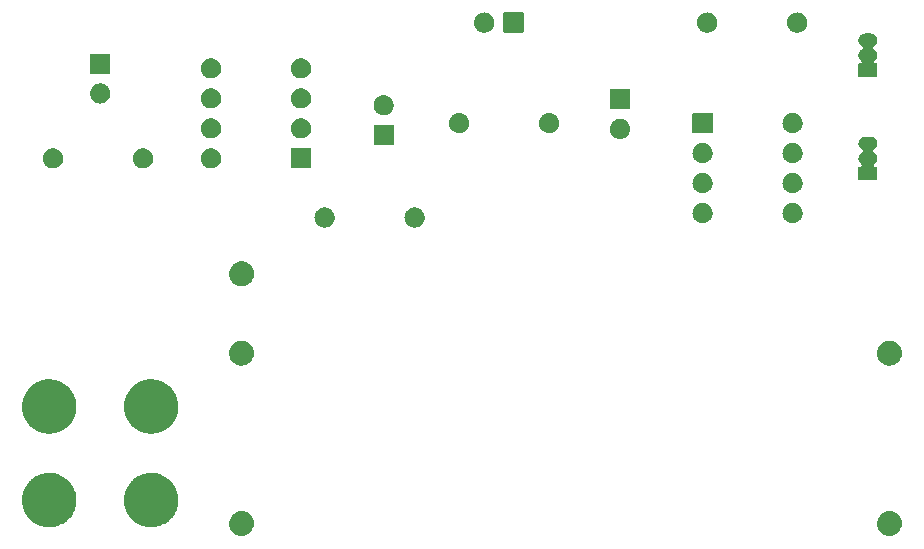
<source format=gbr>
G04 #@! TF.GenerationSoftware,KiCad,Pcbnew,(5.99.0-879-ga0698723b)*
G04 #@! TF.CreationDate,2020-02-28T07:42:53-06:00*
G04 #@! TF.ProjectId,Primary,5072696d-6172-4792-9e6b-696361645f70,rev?*
G04 #@! TF.SameCoordinates,Original*
G04 #@! TF.FileFunction,Soldermask,Bot*
G04 #@! TF.FilePolarity,Negative*
%FSLAX46Y46*%
G04 Gerber Fmt 4.6, Leading zero omitted, Abs format (unit mm)*
G04 Created by KiCad (PCBNEW (5.99.0-879-ga0698723b)) date 2020-02-28 07:42:53*
%MOMM*%
%LPD*%
G01*
G04 APERTURE LIST*
G04 APERTURE END LIST*
G36*
X209489139Y-147159342D02*
G01*
X209540391Y-147159700D01*
X209590592Y-147170005D01*
X209635921Y-147174769D01*
X209685849Y-147189559D01*
X209742293Y-147201145D01*
X209783643Y-147218527D01*
X209821126Y-147229630D01*
X209873310Y-147256219D01*
X209932300Y-147281016D01*
X209964181Y-147302520D01*
X209993239Y-147317326D01*
X210044895Y-147356963D01*
X210103174Y-147396273D01*
X210125742Y-147418999D01*
X210146479Y-147434911D01*
X210194446Y-147488184D01*
X210248407Y-147542523D01*
X210262580Y-147563855D01*
X210275732Y-147578462D01*
X210316673Y-147645271D01*
X210362468Y-147714198D01*
X210369774Y-147731924D01*
X210376659Y-147743159D01*
X210407227Y-147822791D01*
X210441011Y-147904758D01*
X210443483Y-147917242D01*
X210445882Y-147923492D01*
X210462877Y-148015190D01*
X210481045Y-148106944D01*
X210477757Y-148342363D01*
X210474353Y-148357347D01*
X210474203Y-148363066D01*
X210452784Y-148452285D01*
X210432094Y-148543352D01*
X210429548Y-148549071D01*
X210429497Y-148549282D01*
X210350930Y-148725745D01*
X210350810Y-148725919D01*
X210348261Y-148731645D01*
X210294384Y-148808021D01*
X210241524Y-148884932D01*
X210236786Y-148889670D01*
X210229451Y-148900068D01*
X210165258Y-148961198D01*
X210104932Y-149021524D01*
X210094070Y-149028989D01*
X210080191Y-149042206D01*
X210010349Y-149086529D01*
X209945745Y-149130930D01*
X209927781Y-149138928D01*
X209906165Y-149152646D01*
X209834788Y-149180332D01*
X209769282Y-149209497D01*
X209743863Y-149215599D01*
X209714002Y-149227182D01*
X209644772Y-149239389D01*
X209581462Y-149254588D01*
X209548890Y-149256295D01*
X209511022Y-149262972D01*
X209447047Y-149261632D01*
X209388562Y-149264697D01*
X209349812Y-149259596D01*
X209304955Y-149258656D01*
X209248658Y-149246278D01*
X209197049Y-149239484D01*
X209153715Y-149225404D01*
X209103652Y-149214397D01*
X209056680Y-149193875D01*
X209013342Y-149179794D01*
X208967590Y-149154953D01*
X208914779Y-149131880D01*
X208877942Y-149106278D01*
X208843588Y-149087625D01*
X208798070Y-149050765D01*
X208745530Y-149014249D01*
X208718819Y-148986589D01*
X208693479Y-148966069D01*
X208651204Y-148916572D01*
X208602353Y-148865985D01*
X208584997Y-148839054D01*
X208568024Y-148819181D01*
X208532176Y-148757092D01*
X208490701Y-148692734D01*
X208481277Y-148668932D01*
X208471443Y-148651899D01*
X208445273Y-148577997D01*
X208414826Y-148501096D01*
X208411366Y-148482245D01*
X208406966Y-148469819D01*
X208393619Y-148385547D01*
X208377619Y-148298371D01*
X208377797Y-148285649D01*
X208376749Y-148279034D01*
X208379192Y-148185694D01*
X208380497Y-148092279D01*
X208381798Y-148086157D01*
X208381804Y-148085936D01*
X208421965Y-147896999D01*
X208422047Y-147896800D01*
X208423350Y-147890672D01*
X208460167Y-147804771D01*
X208495886Y-147718538D01*
X208499534Y-147712920D01*
X208504546Y-147701227D01*
X208554610Y-147628111D01*
X208601090Y-147556537D01*
X208610166Y-147546973D01*
X208620992Y-147531162D01*
X208680082Y-147473296D01*
X208734053Y-147416423D01*
X208749964Y-147404863D01*
X208768253Y-147386953D01*
X208832313Y-147345033D01*
X208890323Y-147302887D01*
X208913918Y-147291633D01*
X208940720Y-147274094D01*
X209005896Y-147247761D01*
X209064666Y-147219729D01*
X209096171Y-147211287D01*
X209131823Y-147196883D01*
X209194682Y-147184892D01*
X209251249Y-147169735D01*
X209290210Y-147166669D01*
X209334284Y-147158261D01*
X209391923Y-147158663D01*
X209443819Y-147154579D01*
X209489139Y-147159342D01*
G37*
G36*
X154629139Y-147159342D02*
G01*
X154680391Y-147159700D01*
X154730592Y-147170005D01*
X154775921Y-147174769D01*
X154825849Y-147189559D01*
X154882293Y-147201145D01*
X154923643Y-147218527D01*
X154961126Y-147229630D01*
X155013310Y-147256219D01*
X155072300Y-147281016D01*
X155104181Y-147302520D01*
X155133239Y-147317326D01*
X155184895Y-147356963D01*
X155243174Y-147396273D01*
X155265742Y-147418999D01*
X155286479Y-147434911D01*
X155334446Y-147488184D01*
X155388407Y-147542523D01*
X155402580Y-147563855D01*
X155415732Y-147578462D01*
X155456673Y-147645271D01*
X155502468Y-147714198D01*
X155509774Y-147731924D01*
X155516659Y-147743159D01*
X155547227Y-147822791D01*
X155581011Y-147904758D01*
X155583483Y-147917242D01*
X155585882Y-147923492D01*
X155602877Y-148015190D01*
X155621045Y-148106944D01*
X155617757Y-148342363D01*
X155614353Y-148357347D01*
X155614203Y-148363066D01*
X155592784Y-148452285D01*
X155572094Y-148543352D01*
X155569548Y-148549071D01*
X155569497Y-148549282D01*
X155490930Y-148725745D01*
X155490810Y-148725919D01*
X155488261Y-148731645D01*
X155434384Y-148808021D01*
X155381524Y-148884932D01*
X155376786Y-148889670D01*
X155369451Y-148900068D01*
X155305258Y-148961198D01*
X155244932Y-149021524D01*
X155234070Y-149028989D01*
X155220191Y-149042206D01*
X155150349Y-149086529D01*
X155085745Y-149130930D01*
X155067781Y-149138928D01*
X155046165Y-149152646D01*
X154974788Y-149180332D01*
X154909282Y-149209497D01*
X154883863Y-149215599D01*
X154854002Y-149227182D01*
X154784772Y-149239389D01*
X154721462Y-149254588D01*
X154688890Y-149256295D01*
X154651022Y-149262972D01*
X154587047Y-149261632D01*
X154528562Y-149264697D01*
X154489812Y-149259596D01*
X154444955Y-149258656D01*
X154388658Y-149246278D01*
X154337049Y-149239484D01*
X154293715Y-149225404D01*
X154243652Y-149214397D01*
X154196680Y-149193875D01*
X154153342Y-149179794D01*
X154107590Y-149154953D01*
X154054779Y-149131880D01*
X154017942Y-149106278D01*
X153983588Y-149087625D01*
X153938070Y-149050765D01*
X153885530Y-149014249D01*
X153858819Y-148986589D01*
X153833479Y-148966069D01*
X153791204Y-148916572D01*
X153742353Y-148865985D01*
X153724997Y-148839054D01*
X153708024Y-148819181D01*
X153672176Y-148757092D01*
X153630701Y-148692734D01*
X153621277Y-148668932D01*
X153611443Y-148651899D01*
X153585273Y-148577997D01*
X153554826Y-148501096D01*
X153551366Y-148482245D01*
X153546966Y-148469819D01*
X153533619Y-148385547D01*
X153517619Y-148298371D01*
X153517797Y-148285649D01*
X153516749Y-148279034D01*
X153519192Y-148185694D01*
X153520497Y-148092279D01*
X153521798Y-148086157D01*
X153521804Y-148085936D01*
X153561965Y-147896999D01*
X153562047Y-147896800D01*
X153563350Y-147890672D01*
X153600167Y-147804771D01*
X153635886Y-147718538D01*
X153639534Y-147712920D01*
X153644546Y-147701227D01*
X153694610Y-147628111D01*
X153741090Y-147556537D01*
X153750166Y-147546973D01*
X153760992Y-147531162D01*
X153820082Y-147473296D01*
X153874053Y-147416423D01*
X153889964Y-147404863D01*
X153908253Y-147386953D01*
X153972313Y-147345033D01*
X154030323Y-147302887D01*
X154053918Y-147291633D01*
X154080720Y-147274094D01*
X154145896Y-147247761D01*
X154204666Y-147219729D01*
X154236171Y-147211287D01*
X154271823Y-147196883D01*
X154334682Y-147184892D01*
X154391249Y-147169735D01*
X154430210Y-147166669D01*
X154474284Y-147158261D01*
X154531923Y-147158663D01*
X154583819Y-147154579D01*
X154629139Y-147159342D01*
G37*
G36*
X138334700Y-143919000D02*
G01*
X138435815Y-143919000D01*
X138483037Y-143925217D01*
X138528014Y-143927102D01*
X138630769Y-143944666D01*
X138734866Y-143958371D01*
X138777014Y-143969664D01*
X138817395Y-143976567D01*
X138921091Y-144008270D01*
X139026219Y-144036439D01*
X139062831Y-144051604D01*
X139098133Y-144062397D01*
X139200796Y-144108751D01*
X139304890Y-144151868D01*
X139335749Y-144169684D01*
X139365705Y-144183210D01*
X139465276Y-144244467D01*
X139566110Y-144302683D01*
X139591203Y-144321938D01*
X139615745Y-144337036D01*
X139710093Y-144413165D01*
X139805410Y-144486305D01*
X139824943Y-144505838D01*
X139844223Y-144521395D01*
X139931223Y-144612118D01*
X140018695Y-144699590D01*
X140033068Y-144718322D01*
X140047410Y-144733277D01*
X140124920Y-144838024D01*
X140202317Y-144938890D01*
X140212115Y-144955861D01*
X140222036Y-144969268D01*
X140288004Y-145087304D01*
X140353132Y-145200110D01*
X140359098Y-145214514D01*
X140365260Y-145225539D01*
X140417760Y-145356136D01*
X140468561Y-145478781D01*
X140471555Y-145489955D01*
X140474759Y-145497925D01*
X140512008Y-145640927D01*
X140546629Y-145770134D01*
X140547615Y-145777627D01*
X140548760Y-145782021D01*
X140569196Y-145941550D01*
X140586000Y-146069185D01*
X140586000Y-146370815D01*
X140578807Y-146425453D01*
X140578108Y-146460262D01*
X140560583Y-146563879D01*
X140546629Y-146669866D01*
X140535856Y-146710071D01*
X140529361Y-146748472D01*
X140497224Y-146854249D01*
X140468561Y-146961219D01*
X140454162Y-146995980D01*
X140444017Y-147029373D01*
X140396960Y-147134079D01*
X140353132Y-147239890D01*
X140336321Y-147269008D01*
X140323675Y-147297146D01*
X140261456Y-147398678D01*
X140202317Y-147501110D01*
X140184284Y-147524611D01*
X140170282Y-147547460D01*
X140092918Y-147643681D01*
X140018695Y-147740410D01*
X140000584Y-147758521D01*
X139986331Y-147776248D01*
X139894123Y-147864982D01*
X139805410Y-147953695D01*
X139788269Y-147966848D01*
X139774789Y-147979820D01*
X139668217Y-148058967D01*
X139566110Y-148137317D01*
X139550876Y-148146112D01*
X139539112Y-148154849D01*
X139418900Y-148222309D01*
X139304890Y-148288132D01*
X139292339Y-148293331D01*
X139283092Y-148298520D01*
X139149644Y-148352437D01*
X139026219Y-148403561D01*
X139016982Y-148406036D01*
X139010896Y-148408495D01*
X138863161Y-148447252D01*
X138734866Y-148481629D01*
X138729363Y-148482354D01*
X138726929Y-148482992D01*
X138547655Y-148506276D01*
X138435815Y-148521000D01*
X138322845Y-148521000D01*
X138142225Y-148521315D01*
X138139732Y-148521000D01*
X138134185Y-148521000D01*
X138002575Y-148503673D01*
X137850970Y-148484521D01*
X137844613Y-148482877D01*
X137835134Y-148481629D01*
X137706176Y-148447075D01*
X137566755Y-148411018D01*
X137556900Y-148407076D01*
X137543781Y-148403561D01*
X137422165Y-148353186D01*
X137294168Y-148301991D01*
X137281365Y-148294865D01*
X137265110Y-148288132D01*
X137153608Y-148223756D01*
X137037655Y-148159218D01*
X137022605Y-148148122D01*
X137003890Y-148137317D01*
X136904337Y-148060927D01*
X136801358Y-147985004D01*
X136784916Y-147969292D01*
X136764590Y-147953695D01*
X136678358Y-147867463D01*
X136589110Y-147782176D01*
X136572247Y-147761352D01*
X136551305Y-147740410D01*
X136479317Y-147646593D01*
X136404364Y-147554035D01*
X136388153Y-147527786D01*
X136367683Y-147501110D01*
X136310411Y-147401912D01*
X136250099Y-147304258D01*
X136235684Y-147272481D01*
X136216868Y-147239890D01*
X136174480Y-147137557D01*
X136128821Y-147036901D01*
X136117371Y-146999682D01*
X136101439Y-146961219D01*
X136073767Y-146857945D01*
X136042499Y-146756308D01*
X136035181Y-146713942D01*
X136023371Y-146669866D01*
X136009920Y-146567694D01*
X135992530Y-146467018D01*
X135990478Y-146420021D01*
X135984000Y-146370815D01*
X135984000Y-146271643D01*
X135979725Y-146173727D01*
X135984000Y-146122817D01*
X135984000Y-146069185D01*
X135996435Y-145974731D01*
X136004291Y-145881178D01*
X136015851Y-145827256D01*
X136023371Y-145770134D01*
X136047007Y-145681925D01*
X136065828Y-145594130D01*
X136085497Y-145538276D01*
X136101439Y-145478781D01*
X136134878Y-145398052D01*
X136163343Y-145317221D01*
X136191774Y-145260692D01*
X136216868Y-145200110D01*
X136258586Y-145127853D01*
X136295250Y-145054954D01*
X136332902Y-144999133D01*
X136367683Y-144938890D01*
X136416070Y-144875831D01*
X136459416Y-144811568D01*
X136506545Y-144757922D01*
X136551305Y-144699590D01*
X136604697Y-144646198D01*
X136653172Y-144591020D01*
X136709794Y-144541101D01*
X136764590Y-144486305D01*
X136821348Y-144442753D01*
X136873384Y-144396877D01*
X136939258Y-144352277D01*
X137003890Y-144302683D01*
X137062416Y-144268893D01*
X137116486Y-144232285D01*
X137191139Y-144194575D01*
X137265110Y-144151868D01*
X137323857Y-144127534D01*
X137378520Y-144099922D01*
X137461228Y-144070633D01*
X137543781Y-144036439D01*
X137601352Y-144021013D01*
X137655257Y-144001924D01*
X137745028Y-143982515D01*
X137835134Y-143958371D01*
X137890275Y-143951111D01*
X137942200Y-143939885D01*
X138037802Y-143931689D01*
X138134185Y-143919000D01*
X138185816Y-143919000D01*
X138234702Y-143914809D01*
X138334700Y-143919000D01*
G37*
G36*
X146964700Y-143919000D02*
G01*
X147065815Y-143919000D01*
X147113037Y-143925217D01*
X147158014Y-143927102D01*
X147260769Y-143944666D01*
X147364866Y-143958371D01*
X147407014Y-143969664D01*
X147447395Y-143976567D01*
X147551091Y-144008270D01*
X147656219Y-144036439D01*
X147692831Y-144051604D01*
X147728133Y-144062397D01*
X147830796Y-144108751D01*
X147934890Y-144151868D01*
X147965749Y-144169684D01*
X147995705Y-144183210D01*
X148095276Y-144244467D01*
X148196110Y-144302683D01*
X148221203Y-144321938D01*
X148245745Y-144337036D01*
X148340093Y-144413165D01*
X148435410Y-144486305D01*
X148454943Y-144505838D01*
X148474223Y-144521395D01*
X148561223Y-144612118D01*
X148648695Y-144699590D01*
X148663068Y-144718322D01*
X148677410Y-144733277D01*
X148754920Y-144838024D01*
X148832317Y-144938890D01*
X148842115Y-144955861D01*
X148852036Y-144969268D01*
X148918004Y-145087304D01*
X148983132Y-145200110D01*
X148989098Y-145214514D01*
X148995260Y-145225539D01*
X149047760Y-145356136D01*
X149098561Y-145478781D01*
X149101555Y-145489955D01*
X149104759Y-145497925D01*
X149142008Y-145640927D01*
X149176629Y-145770134D01*
X149177615Y-145777627D01*
X149178760Y-145782021D01*
X149199196Y-145941550D01*
X149216000Y-146069185D01*
X149216000Y-146370815D01*
X149208807Y-146425453D01*
X149208108Y-146460262D01*
X149190583Y-146563879D01*
X149176629Y-146669866D01*
X149165856Y-146710071D01*
X149159361Y-146748472D01*
X149127224Y-146854249D01*
X149098561Y-146961219D01*
X149084162Y-146995980D01*
X149074017Y-147029373D01*
X149026960Y-147134079D01*
X148983132Y-147239890D01*
X148966321Y-147269008D01*
X148953675Y-147297146D01*
X148891456Y-147398678D01*
X148832317Y-147501110D01*
X148814284Y-147524611D01*
X148800282Y-147547460D01*
X148722918Y-147643681D01*
X148648695Y-147740410D01*
X148630584Y-147758521D01*
X148616331Y-147776248D01*
X148524123Y-147864982D01*
X148435410Y-147953695D01*
X148418269Y-147966848D01*
X148404789Y-147979820D01*
X148298217Y-148058967D01*
X148196110Y-148137317D01*
X148180876Y-148146112D01*
X148169112Y-148154849D01*
X148048900Y-148222309D01*
X147934890Y-148288132D01*
X147922339Y-148293331D01*
X147913092Y-148298520D01*
X147779644Y-148352437D01*
X147656219Y-148403561D01*
X147646982Y-148406036D01*
X147640896Y-148408495D01*
X147493161Y-148447252D01*
X147364866Y-148481629D01*
X147359363Y-148482354D01*
X147356929Y-148482992D01*
X147177655Y-148506276D01*
X147065815Y-148521000D01*
X146952845Y-148521000D01*
X146772225Y-148521315D01*
X146769732Y-148521000D01*
X146764185Y-148521000D01*
X146632575Y-148503673D01*
X146480970Y-148484521D01*
X146474613Y-148482877D01*
X146465134Y-148481629D01*
X146336176Y-148447075D01*
X146196755Y-148411018D01*
X146186900Y-148407076D01*
X146173781Y-148403561D01*
X146052165Y-148353186D01*
X145924168Y-148301991D01*
X145911365Y-148294865D01*
X145895110Y-148288132D01*
X145783608Y-148223756D01*
X145667655Y-148159218D01*
X145652605Y-148148122D01*
X145633890Y-148137317D01*
X145534337Y-148060927D01*
X145431358Y-147985004D01*
X145414916Y-147969292D01*
X145394590Y-147953695D01*
X145308358Y-147867463D01*
X145219110Y-147782176D01*
X145202247Y-147761352D01*
X145181305Y-147740410D01*
X145109317Y-147646593D01*
X145034364Y-147554035D01*
X145018153Y-147527786D01*
X144997683Y-147501110D01*
X144940411Y-147401912D01*
X144880099Y-147304258D01*
X144865684Y-147272481D01*
X144846868Y-147239890D01*
X144804480Y-147137557D01*
X144758821Y-147036901D01*
X144747371Y-146999682D01*
X144731439Y-146961219D01*
X144703767Y-146857945D01*
X144672499Y-146756308D01*
X144665181Y-146713942D01*
X144653371Y-146669866D01*
X144639920Y-146567694D01*
X144622530Y-146467018D01*
X144620478Y-146420021D01*
X144614000Y-146370815D01*
X144614000Y-146271643D01*
X144609725Y-146173727D01*
X144614000Y-146122817D01*
X144614000Y-146069185D01*
X144626435Y-145974731D01*
X144634291Y-145881178D01*
X144645851Y-145827256D01*
X144653371Y-145770134D01*
X144677007Y-145681925D01*
X144695828Y-145594130D01*
X144715497Y-145538276D01*
X144731439Y-145478781D01*
X144764878Y-145398052D01*
X144793343Y-145317221D01*
X144821774Y-145260692D01*
X144846868Y-145200110D01*
X144888586Y-145127853D01*
X144925250Y-145054954D01*
X144962902Y-144999133D01*
X144997683Y-144938890D01*
X145046070Y-144875831D01*
X145089416Y-144811568D01*
X145136545Y-144757922D01*
X145181305Y-144699590D01*
X145234697Y-144646198D01*
X145283172Y-144591020D01*
X145339794Y-144541101D01*
X145394590Y-144486305D01*
X145451348Y-144442753D01*
X145503384Y-144396877D01*
X145569258Y-144352277D01*
X145633890Y-144302683D01*
X145692416Y-144268893D01*
X145746486Y-144232285D01*
X145821139Y-144194575D01*
X145895110Y-144151868D01*
X145953857Y-144127534D01*
X146008520Y-144099922D01*
X146091228Y-144070633D01*
X146173781Y-144036439D01*
X146231352Y-144021013D01*
X146285257Y-144001924D01*
X146375028Y-143982515D01*
X146465134Y-143958371D01*
X146520275Y-143951111D01*
X146572200Y-143939885D01*
X146667802Y-143931689D01*
X146764185Y-143919000D01*
X146815816Y-143919000D01*
X146864702Y-143914809D01*
X146964700Y-143919000D01*
G37*
G36*
X138334700Y-135999000D02*
G01*
X138435815Y-135999000D01*
X138483037Y-136005217D01*
X138528014Y-136007102D01*
X138630769Y-136024666D01*
X138734866Y-136038371D01*
X138777014Y-136049664D01*
X138817395Y-136056567D01*
X138921091Y-136088270D01*
X139026219Y-136116439D01*
X139062831Y-136131604D01*
X139098133Y-136142397D01*
X139200796Y-136188751D01*
X139304890Y-136231868D01*
X139335749Y-136249684D01*
X139365705Y-136263210D01*
X139465276Y-136324467D01*
X139566110Y-136382683D01*
X139591203Y-136401938D01*
X139615745Y-136417036D01*
X139710093Y-136493165D01*
X139805410Y-136566305D01*
X139824943Y-136585838D01*
X139844223Y-136601395D01*
X139931223Y-136692118D01*
X140018695Y-136779590D01*
X140033068Y-136798322D01*
X140047410Y-136813277D01*
X140124920Y-136918024D01*
X140202317Y-137018890D01*
X140212115Y-137035861D01*
X140222036Y-137049268D01*
X140288004Y-137167304D01*
X140353132Y-137280110D01*
X140359098Y-137294514D01*
X140365260Y-137305539D01*
X140417760Y-137436136D01*
X140468561Y-137558781D01*
X140471555Y-137569955D01*
X140474759Y-137577925D01*
X140512008Y-137720927D01*
X140546629Y-137850134D01*
X140547615Y-137857627D01*
X140548760Y-137862021D01*
X140569196Y-138021550D01*
X140586000Y-138149185D01*
X140586000Y-138450815D01*
X140578807Y-138505453D01*
X140578108Y-138540262D01*
X140560583Y-138643879D01*
X140546629Y-138749866D01*
X140535856Y-138790071D01*
X140529361Y-138828472D01*
X140497224Y-138934249D01*
X140468561Y-139041219D01*
X140454162Y-139075980D01*
X140444017Y-139109373D01*
X140396960Y-139214079D01*
X140353132Y-139319890D01*
X140336321Y-139349008D01*
X140323675Y-139377146D01*
X140261456Y-139478678D01*
X140202317Y-139581110D01*
X140184284Y-139604611D01*
X140170282Y-139627460D01*
X140092918Y-139723681D01*
X140018695Y-139820410D01*
X140000584Y-139838521D01*
X139986331Y-139856248D01*
X139894123Y-139944982D01*
X139805410Y-140033695D01*
X139788269Y-140046848D01*
X139774789Y-140059820D01*
X139668217Y-140138967D01*
X139566110Y-140217317D01*
X139550876Y-140226112D01*
X139539112Y-140234849D01*
X139418900Y-140302309D01*
X139304890Y-140368132D01*
X139292339Y-140373331D01*
X139283092Y-140378520D01*
X139149644Y-140432437D01*
X139026219Y-140483561D01*
X139016982Y-140486036D01*
X139010896Y-140488495D01*
X138863161Y-140527252D01*
X138734866Y-140561629D01*
X138729363Y-140562354D01*
X138726929Y-140562992D01*
X138547655Y-140586276D01*
X138435815Y-140601000D01*
X138322845Y-140601000D01*
X138142225Y-140601315D01*
X138139732Y-140601000D01*
X138134185Y-140601000D01*
X138002575Y-140583673D01*
X137850970Y-140564521D01*
X137844613Y-140562877D01*
X137835134Y-140561629D01*
X137706176Y-140527075D01*
X137566755Y-140491018D01*
X137556900Y-140487076D01*
X137543781Y-140483561D01*
X137422165Y-140433186D01*
X137294168Y-140381991D01*
X137281365Y-140374865D01*
X137265110Y-140368132D01*
X137153608Y-140303756D01*
X137037655Y-140239218D01*
X137022605Y-140228122D01*
X137003890Y-140217317D01*
X136904337Y-140140927D01*
X136801358Y-140065004D01*
X136784916Y-140049292D01*
X136764590Y-140033695D01*
X136678358Y-139947463D01*
X136589110Y-139862176D01*
X136572247Y-139841352D01*
X136551305Y-139820410D01*
X136479317Y-139726593D01*
X136404364Y-139634035D01*
X136388153Y-139607786D01*
X136367683Y-139581110D01*
X136310411Y-139481912D01*
X136250099Y-139384258D01*
X136235684Y-139352481D01*
X136216868Y-139319890D01*
X136174480Y-139217557D01*
X136128821Y-139116901D01*
X136117371Y-139079682D01*
X136101439Y-139041219D01*
X136073767Y-138937945D01*
X136042499Y-138836308D01*
X136035181Y-138793942D01*
X136023371Y-138749866D01*
X136009920Y-138647694D01*
X135992530Y-138547018D01*
X135990478Y-138500021D01*
X135984000Y-138450815D01*
X135984000Y-138351643D01*
X135979725Y-138253727D01*
X135984000Y-138202817D01*
X135984000Y-138149185D01*
X135996435Y-138054731D01*
X136004291Y-137961178D01*
X136015851Y-137907256D01*
X136023371Y-137850134D01*
X136047007Y-137761925D01*
X136065828Y-137674130D01*
X136085497Y-137618276D01*
X136101439Y-137558781D01*
X136134878Y-137478052D01*
X136163343Y-137397221D01*
X136191774Y-137340692D01*
X136216868Y-137280110D01*
X136258586Y-137207853D01*
X136295250Y-137134954D01*
X136332902Y-137079133D01*
X136367683Y-137018890D01*
X136416070Y-136955831D01*
X136459416Y-136891568D01*
X136506545Y-136837922D01*
X136551305Y-136779590D01*
X136604697Y-136726198D01*
X136653172Y-136671020D01*
X136709794Y-136621101D01*
X136764590Y-136566305D01*
X136821348Y-136522753D01*
X136873384Y-136476877D01*
X136939258Y-136432277D01*
X137003890Y-136382683D01*
X137062416Y-136348893D01*
X137116486Y-136312285D01*
X137191139Y-136274575D01*
X137265110Y-136231868D01*
X137323857Y-136207534D01*
X137378520Y-136179922D01*
X137461228Y-136150633D01*
X137543781Y-136116439D01*
X137601352Y-136101013D01*
X137655257Y-136081924D01*
X137745028Y-136062515D01*
X137835134Y-136038371D01*
X137890275Y-136031111D01*
X137942200Y-136019885D01*
X138037802Y-136011689D01*
X138134185Y-135999000D01*
X138185816Y-135999000D01*
X138234702Y-135994809D01*
X138334700Y-135999000D01*
G37*
G36*
X146964700Y-135999000D02*
G01*
X147065815Y-135999000D01*
X147113037Y-136005217D01*
X147158014Y-136007102D01*
X147260769Y-136024666D01*
X147364866Y-136038371D01*
X147407014Y-136049664D01*
X147447395Y-136056567D01*
X147551091Y-136088270D01*
X147656219Y-136116439D01*
X147692831Y-136131604D01*
X147728133Y-136142397D01*
X147830796Y-136188751D01*
X147934890Y-136231868D01*
X147965749Y-136249684D01*
X147995705Y-136263210D01*
X148095276Y-136324467D01*
X148196110Y-136382683D01*
X148221203Y-136401938D01*
X148245745Y-136417036D01*
X148340093Y-136493165D01*
X148435410Y-136566305D01*
X148454943Y-136585838D01*
X148474223Y-136601395D01*
X148561223Y-136692118D01*
X148648695Y-136779590D01*
X148663068Y-136798322D01*
X148677410Y-136813277D01*
X148754920Y-136918024D01*
X148832317Y-137018890D01*
X148842115Y-137035861D01*
X148852036Y-137049268D01*
X148918004Y-137167304D01*
X148983132Y-137280110D01*
X148989098Y-137294514D01*
X148995260Y-137305539D01*
X149047760Y-137436136D01*
X149098561Y-137558781D01*
X149101555Y-137569955D01*
X149104759Y-137577925D01*
X149142008Y-137720927D01*
X149176629Y-137850134D01*
X149177615Y-137857627D01*
X149178760Y-137862021D01*
X149199196Y-138021550D01*
X149216000Y-138149185D01*
X149216000Y-138450815D01*
X149208807Y-138505453D01*
X149208108Y-138540262D01*
X149190583Y-138643879D01*
X149176629Y-138749866D01*
X149165856Y-138790071D01*
X149159361Y-138828472D01*
X149127224Y-138934249D01*
X149098561Y-139041219D01*
X149084162Y-139075980D01*
X149074017Y-139109373D01*
X149026960Y-139214079D01*
X148983132Y-139319890D01*
X148966321Y-139349008D01*
X148953675Y-139377146D01*
X148891456Y-139478678D01*
X148832317Y-139581110D01*
X148814284Y-139604611D01*
X148800282Y-139627460D01*
X148722918Y-139723681D01*
X148648695Y-139820410D01*
X148630584Y-139838521D01*
X148616331Y-139856248D01*
X148524123Y-139944982D01*
X148435410Y-140033695D01*
X148418269Y-140046848D01*
X148404789Y-140059820D01*
X148298217Y-140138967D01*
X148196110Y-140217317D01*
X148180876Y-140226112D01*
X148169112Y-140234849D01*
X148048900Y-140302309D01*
X147934890Y-140368132D01*
X147922339Y-140373331D01*
X147913092Y-140378520D01*
X147779644Y-140432437D01*
X147656219Y-140483561D01*
X147646982Y-140486036D01*
X147640896Y-140488495D01*
X147493161Y-140527252D01*
X147364866Y-140561629D01*
X147359363Y-140562354D01*
X147356929Y-140562992D01*
X147177655Y-140586276D01*
X147065815Y-140601000D01*
X146952845Y-140601000D01*
X146772225Y-140601315D01*
X146769732Y-140601000D01*
X146764185Y-140601000D01*
X146632575Y-140583673D01*
X146480970Y-140564521D01*
X146474613Y-140562877D01*
X146465134Y-140561629D01*
X146336176Y-140527075D01*
X146196755Y-140491018D01*
X146186900Y-140487076D01*
X146173781Y-140483561D01*
X146052165Y-140433186D01*
X145924168Y-140381991D01*
X145911365Y-140374865D01*
X145895110Y-140368132D01*
X145783608Y-140303756D01*
X145667655Y-140239218D01*
X145652605Y-140228122D01*
X145633890Y-140217317D01*
X145534337Y-140140927D01*
X145431358Y-140065004D01*
X145414916Y-140049292D01*
X145394590Y-140033695D01*
X145308358Y-139947463D01*
X145219110Y-139862176D01*
X145202247Y-139841352D01*
X145181305Y-139820410D01*
X145109317Y-139726593D01*
X145034364Y-139634035D01*
X145018153Y-139607786D01*
X144997683Y-139581110D01*
X144940411Y-139481912D01*
X144880099Y-139384258D01*
X144865684Y-139352481D01*
X144846868Y-139319890D01*
X144804480Y-139217557D01*
X144758821Y-139116901D01*
X144747371Y-139079682D01*
X144731439Y-139041219D01*
X144703767Y-138937945D01*
X144672499Y-138836308D01*
X144665181Y-138793942D01*
X144653371Y-138749866D01*
X144639920Y-138647694D01*
X144622530Y-138547018D01*
X144620478Y-138500021D01*
X144614000Y-138450815D01*
X144614000Y-138351643D01*
X144609725Y-138253727D01*
X144614000Y-138202817D01*
X144614000Y-138149185D01*
X144626435Y-138054731D01*
X144634291Y-137961178D01*
X144645851Y-137907256D01*
X144653371Y-137850134D01*
X144677007Y-137761925D01*
X144695828Y-137674130D01*
X144715497Y-137618276D01*
X144731439Y-137558781D01*
X144764878Y-137478052D01*
X144793343Y-137397221D01*
X144821774Y-137340692D01*
X144846868Y-137280110D01*
X144888586Y-137207853D01*
X144925250Y-137134954D01*
X144962902Y-137079133D01*
X144997683Y-137018890D01*
X145046070Y-136955831D01*
X145089416Y-136891568D01*
X145136545Y-136837922D01*
X145181305Y-136779590D01*
X145234697Y-136726198D01*
X145283172Y-136671020D01*
X145339794Y-136621101D01*
X145394590Y-136566305D01*
X145451348Y-136522753D01*
X145503384Y-136476877D01*
X145569258Y-136432277D01*
X145633890Y-136382683D01*
X145692416Y-136348893D01*
X145746486Y-136312285D01*
X145821139Y-136274575D01*
X145895110Y-136231868D01*
X145953857Y-136207534D01*
X146008520Y-136179922D01*
X146091228Y-136150633D01*
X146173781Y-136116439D01*
X146231352Y-136101013D01*
X146285257Y-136081924D01*
X146375028Y-136062515D01*
X146465134Y-136038371D01*
X146520275Y-136031111D01*
X146572200Y-136019885D01*
X146667802Y-136011689D01*
X146764185Y-135999000D01*
X146815816Y-135999000D01*
X146864702Y-135994809D01*
X146964700Y-135999000D01*
G37*
G36*
X154629139Y-132739342D02*
G01*
X154680391Y-132739700D01*
X154730592Y-132750005D01*
X154775921Y-132754769D01*
X154825849Y-132769559D01*
X154882293Y-132781145D01*
X154923643Y-132798527D01*
X154961126Y-132809630D01*
X155013310Y-132836219D01*
X155072300Y-132861016D01*
X155104181Y-132882520D01*
X155133239Y-132897326D01*
X155184895Y-132936963D01*
X155243174Y-132976273D01*
X155265742Y-132998999D01*
X155286479Y-133014911D01*
X155334446Y-133068184D01*
X155388407Y-133122523D01*
X155402580Y-133143855D01*
X155415732Y-133158462D01*
X155456673Y-133225271D01*
X155502468Y-133294198D01*
X155509774Y-133311924D01*
X155516659Y-133323159D01*
X155547227Y-133402791D01*
X155581011Y-133484758D01*
X155583483Y-133497242D01*
X155585882Y-133503492D01*
X155602877Y-133595190D01*
X155621045Y-133686944D01*
X155617757Y-133922363D01*
X155614353Y-133937347D01*
X155614203Y-133943066D01*
X155592784Y-134032285D01*
X155572094Y-134123352D01*
X155569548Y-134129071D01*
X155569497Y-134129282D01*
X155490930Y-134305745D01*
X155490810Y-134305919D01*
X155488261Y-134311645D01*
X155434384Y-134388021D01*
X155381524Y-134464932D01*
X155376786Y-134469670D01*
X155369451Y-134480068D01*
X155305258Y-134541198D01*
X155244932Y-134601524D01*
X155234070Y-134608989D01*
X155220191Y-134622206D01*
X155150349Y-134666529D01*
X155085745Y-134710930D01*
X155067781Y-134718928D01*
X155046165Y-134732646D01*
X154974788Y-134760332D01*
X154909282Y-134789497D01*
X154883863Y-134795599D01*
X154854002Y-134807182D01*
X154784772Y-134819389D01*
X154721462Y-134834588D01*
X154688890Y-134836295D01*
X154651022Y-134842972D01*
X154587047Y-134841632D01*
X154528562Y-134844697D01*
X154489812Y-134839596D01*
X154444955Y-134838656D01*
X154388658Y-134826278D01*
X154337049Y-134819484D01*
X154293715Y-134805404D01*
X154243652Y-134794397D01*
X154196680Y-134773875D01*
X154153342Y-134759794D01*
X154107590Y-134734953D01*
X154054779Y-134711880D01*
X154017942Y-134686278D01*
X153983588Y-134667625D01*
X153938070Y-134630765D01*
X153885530Y-134594249D01*
X153858819Y-134566589D01*
X153833479Y-134546069D01*
X153791204Y-134496572D01*
X153742353Y-134445985D01*
X153724997Y-134419054D01*
X153708024Y-134399181D01*
X153672176Y-134337092D01*
X153630701Y-134272734D01*
X153621277Y-134248932D01*
X153611443Y-134231899D01*
X153585273Y-134157997D01*
X153554826Y-134081096D01*
X153551366Y-134062245D01*
X153546966Y-134049819D01*
X153533619Y-133965547D01*
X153517619Y-133878371D01*
X153517797Y-133865649D01*
X153516749Y-133859034D01*
X153519192Y-133765694D01*
X153520497Y-133672279D01*
X153521798Y-133666157D01*
X153521804Y-133665936D01*
X153561965Y-133476999D01*
X153562047Y-133476800D01*
X153563350Y-133470672D01*
X153600167Y-133384771D01*
X153635886Y-133298538D01*
X153639534Y-133292920D01*
X153644546Y-133281227D01*
X153694610Y-133208111D01*
X153741090Y-133136537D01*
X153750166Y-133126973D01*
X153760992Y-133111162D01*
X153820082Y-133053296D01*
X153874053Y-132996423D01*
X153889964Y-132984863D01*
X153908253Y-132966953D01*
X153972313Y-132925033D01*
X154030323Y-132882887D01*
X154053918Y-132871633D01*
X154080720Y-132854094D01*
X154145896Y-132827761D01*
X154204666Y-132799729D01*
X154236171Y-132791287D01*
X154271823Y-132776883D01*
X154334682Y-132764892D01*
X154391249Y-132749735D01*
X154430210Y-132746669D01*
X154474284Y-132738261D01*
X154531923Y-132738663D01*
X154583819Y-132734579D01*
X154629139Y-132739342D01*
G37*
G36*
X209489139Y-132739342D02*
G01*
X209540391Y-132739700D01*
X209590592Y-132750005D01*
X209635921Y-132754769D01*
X209685849Y-132769559D01*
X209742293Y-132781145D01*
X209783643Y-132798527D01*
X209821126Y-132809630D01*
X209873310Y-132836219D01*
X209932300Y-132861016D01*
X209964181Y-132882520D01*
X209993239Y-132897326D01*
X210044895Y-132936963D01*
X210103174Y-132976273D01*
X210125742Y-132998999D01*
X210146479Y-133014911D01*
X210194446Y-133068184D01*
X210248407Y-133122523D01*
X210262580Y-133143855D01*
X210275732Y-133158462D01*
X210316673Y-133225271D01*
X210362468Y-133294198D01*
X210369774Y-133311924D01*
X210376659Y-133323159D01*
X210407227Y-133402791D01*
X210441011Y-133484758D01*
X210443483Y-133497242D01*
X210445882Y-133503492D01*
X210462877Y-133595190D01*
X210481045Y-133686944D01*
X210477757Y-133922363D01*
X210474353Y-133937347D01*
X210474203Y-133943066D01*
X210452784Y-134032285D01*
X210432094Y-134123352D01*
X210429548Y-134129071D01*
X210429497Y-134129282D01*
X210350930Y-134305745D01*
X210350810Y-134305919D01*
X210348261Y-134311645D01*
X210294384Y-134388021D01*
X210241524Y-134464932D01*
X210236786Y-134469670D01*
X210229451Y-134480068D01*
X210165258Y-134541198D01*
X210104932Y-134601524D01*
X210094070Y-134608989D01*
X210080191Y-134622206D01*
X210010349Y-134666529D01*
X209945745Y-134710930D01*
X209927781Y-134718928D01*
X209906165Y-134732646D01*
X209834788Y-134760332D01*
X209769282Y-134789497D01*
X209743863Y-134795599D01*
X209714002Y-134807182D01*
X209644772Y-134819389D01*
X209581462Y-134834588D01*
X209548890Y-134836295D01*
X209511022Y-134842972D01*
X209447047Y-134841632D01*
X209388562Y-134844697D01*
X209349812Y-134839596D01*
X209304955Y-134838656D01*
X209248658Y-134826278D01*
X209197049Y-134819484D01*
X209153715Y-134805404D01*
X209103652Y-134794397D01*
X209056680Y-134773875D01*
X209013342Y-134759794D01*
X208967590Y-134734953D01*
X208914779Y-134711880D01*
X208877942Y-134686278D01*
X208843588Y-134667625D01*
X208798070Y-134630765D01*
X208745530Y-134594249D01*
X208718819Y-134566589D01*
X208693479Y-134546069D01*
X208651204Y-134496572D01*
X208602353Y-134445985D01*
X208584997Y-134419054D01*
X208568024Y-134399181D01*
X208532176Y-134337092D01*
X208490701Y-134272734D01*
X208481277Y-134248932D01*
X208471443Y-134231899D01*
X208445273Y-134157997D01*
X208414826Y-134081096D01*
X208411366Y-134062245D01*
X208406966Y-134049819D01*
X208393619Y-133965547D01*
X208377619Y-133878371D01*
X208377797Y-133865649D01*
X208376749Y-133859034D01*
X208379192Y-133765694D01*
X208380497Y-133672279D01*
X208381798Y-133666157D01*
X208381804Y-133665936D01*
X208421965Y-133476999D01*
X208422047Y-133476800D01*
X208423350Y-133470672D01*
X208460167Y-133384771D01*
X208495886Y-133298538D01*
X208499534Y-133292920D01*
X208504546Y-133281227D01*
X208554610Y-133208111D01*
X208601090Y-133136537D01*
X208610166Y-133126973D01*
X208620992Y-133111162D01*
X208680082Y-133053296D01*
X208734053Y-132996423D01*
X208749964Y-132984863D01*
X208768253Y-132966953D01*
X208832313Y-132925033D01*
X208890323Y-132882887D01*
X208913918Y-132871633D01*
X208940720Y-132854094D01*
X209005896Y-132827761D01*
X209064666Y-132799729D01*
X209096171Y-132791287D01*
X209131823Y-132776883D01*
X209194682Y-132764892D01*
X209251249Y-132749735D01*
X209290210Y-132746669D01*
X209334284Y-132738261D01*
X209391923Y-132738663D01*
X209443819Y-132734579D01*
X209489139Y-132739342D01*
G37*
G36*
X154629139Y-126009342D02*
G01*
X154680391Y-126009700D01*
X154730592Y-126020005D01*
X154775921Y-126024769D01*
X154825849Y-126039559D01*
X154882293Y-126051145D01*
X154923643Y-126068527D01*
X154961126Y-126079630D01*
X155013310Y-126106219D01*
X155072300Y-126131016D01*
X155104181Y-126152520D01*
X155133239Y-126167326D01*
X155184895Y-126206963D01*
X155243174Y-126246273D01*
X155265742Y-126268999D01*
X155286479Y-126284911D01*
X155334446Y-126338184D01*
X155388407Y-126392523D01*
X155402580Y-126413855D01*
X155415732Y-126428462D01*
X155456673Y-126495271D01*
X155502468Y-126564198D01*
X155509774Y-126581924D01*
X155516659Y-126593159D01*
X155547227Y-126672791D01*
X155581011Y-126754758D01*
X155583483Y-126767242D01*
X155585882Y-126773492D01*
X155602877Y-126865190D01*
X155621045Y-126956944D01*
X155617757Y-127192363D01*
X155614353Y-127207347D01*
X155614203Y-127213066D01*
X155592784Y-127302285D01*
X155572094Y-127393352D01*
X155569548Y-127399071D01*
X155569497Y-127399282D01*
X155490930Y-127575745D01*
X155490810Y-127575919D01*
X155488261Y-127581645D01*
X155434384Y-127658021D01*
X155381524Y-127734932D01*
X155376786Y-127739670D01*
X155369451Y-127750068D01*
X155305258Y-127811198D01*
X155244932Y-127871524D01*
X155234070Y-127878989D01*
X155220191Y-127892206D01*
X155150349Y-127936529D01*
X155085745Y-127980930D01*
X155067781Y-127988928D01*
X155046165Y-128002646D01*
X154974788Y-128030332D01*
X154909282Y-128059497D01*
X154883863Y-128065599D01*
X154854002Y-128077182D01*
X154784772Y-128089389D01*
X154721462Y-128104588D01*
X154688890Y-128106295D01*
X154651022Y-128112972D01*
X154587047Y-128111632D01*
X154528562Y-128114697D01*
X154489812Y-128109596D01*
X154444955Y-128108656D01*
X154388658Y-128096278D01*
X154337049Y-128089484D01*
X154293715Y-128075404D01*
X154243652Y-128064397D01*
X154196680Y-128043875D01*
X154153342Y-128029794D01*
X154107590Y-128004953D01*
X154054779Y-127981880D01*
X154017942Y-127956278D01*
X153983588Y-127937625D01*
X153938070Y-127900765D01*
X153885530Y-127864249D01*
X153858819Y-127836589D01*
X153833479Y-127816069D01*
X153791204Y-127766572D01*
X153742353Y-127715985D01*
X153724997Y-127689054D01*
X153708024Y-127669181D01*
X153672176Y-127607092D01*
X153630701Y-127542734D01*
X153621277Y-127518932D01*
X153611443Y-127501899D01*
X153585273Y-127427997D01*
X153554826Y-127351096D01*
X153551366Y-127332245D01*
X153546966Y-127319819D01*
X153533619Y-127235547D01*
X153517619Y-127148371D01*
X153517797Y-127135649D01*
X153516749Y-127129034D01*
X153519192Y-127035694D01*
X153520497Y-126942279D01*
X153521798Y-126936157D01*
X153521804Y-126935936D01*
X153561965Y-126746999D01*
X153562047Y-126746800D01*
X153563350Y-126740672D01*
X153600167Y-126654771D01*
X153635886Y-126568538D01*
X153639534Y-126562920D01*
X153644546Y-126551227D01*
X153694610Y-126478111D01*
X153741090Y-126406537D01*
X153750166Y-126396973D01*
X153760992Y-126381162D01*
X153820082Y-126323296D01*
X153874053Y-126266423D01*
X153889964Y-126254863D01*
X153908253Y-126236953D01*
X153972313Y-126195033D01*
X154030323Y-126152887D01*
X154053918Y-126141633D01*
X154080720Y-126124094D01*
X154145896Y-126097761D01*
X154204666Y-126069729D01*
X154236171Y-126061287D01*
X154271823Y-126046883D01*
X154334682Y-126034892D01*
X154391249Y-126019735D01*
X154430210Y-126016669D01*
X154474284Y-126008261D01*
X154531923Y-126008663D01*
X154583819Y-126004579D01*
X154629139Y-126009342D01*
G37*
G36*
X161602976Y-121447826D02*
G01*
X161644766Y-121445782D01*
X161689056Y-121452639D01*
X161739810Y-121455476D01*
X161780163Y-121466743D01*
X161815621Y-121472232D01*
X161863204Y-121489928D01*
X161917898Y-121505199D01*
X161949622Y-121522067D01*
X161977659Y-121532494D01*
X162025757Y-121562549D01*
X162081153Y-121592004D01*
X162103968Y-121611421D01*
X162124271Y-121624108D01*
X162169641Y-121667313D01*
X162221961Y-121711841D01*
X162236463Y-121730947D01*
X162249472Y-121743335D01*
X162288616Y-121799655D01*
X162333751Y-121859118D01*
X162341302Y-121875459D01*
X162348142Y-121885301D01*
X162377508Y-121953817D01*
X162411307Y-122026965D01*
X162413885Y-122038692D01*
X162416247Y-122044202D01*
X162432429Y-122123036D01*
X162451011Y-122207551D01*
X162450345Y-122398388D01*
X162431181Y-122482738D01*
X162414443Y-122561485D01*
X162412041Y-122566982D01*
X162409381Y-122578692D01*
X162375069Y-122651609D01*
X162345227Y-122719915D01*
X162338318Y-122729709D01*
X162330655Y-122745994D01*
X162285114Y-122805130D01*
X162245570Y-122861187D01*
X162232472Y-122873487D01*
X162217840Y-122892487D01*
X162165227Y-122936635D01*
X162119544Y-122979534D01*
X162099147Y-122992082D01*
X162076199Y-123011338D01*
X162020600Y-123040405D01*
X161972293Y-123070123D01*
X161944184Y-123080354D01*
X161912341Y-123097001D01*
X161857534Y-123111892D01*
X161809831Y-123129254D01*
X161774340Y-123134495D01*
X161733911Y-123145479D01*
X161683139Y-123147962D01*
X161638803Y-123154509D01*
X161597027Y-123152174D01*
X161549233Y-123154511D01*
X161504992Y-123147028D01*
X161466189Y-123144859D01*
X161419980Y-123132650D01*
X161366923Y-123123676D01*
X161330839Y-123109097D01*
X161299035Y-123100694D01*
X161250897Y-123076799D01*
X161195488Y-123054412D01*
X161168311Y-123035804D01*
X161144182Y-123023826D01*
X161097128Y-122987063D01*
X161042926Y-122949950D01*
X161024469Y-122930295D01*
X161007950Y-122917389D01*
X160965400Y-122867393D01*
X160916354Y-122815164D01*
X160905608Y-122797138D01*
X160895896Y-122785726D01*
X160861401Y-122722981D01*
X160821678Y-122656344D01*
X160816943Y-122642111D01*
X160812610Y-122634229D01*
X160789692Y-122560192D01*
X160763314Y-122480898D01*
X160762372Y-122471934D01*
X160761486Y-122469072D01*
X160753347Y-122386068D01*
X160743987Y-122297012D01*
X160753967Y-122208044D01*
X160762687Y-122125078D01*
X160763593Y-122122220D01*
X160764598Y-122113265D01*
X160791530Y-122034153D01*
X160814963Y-121960281D01*
X160819350Y-121952432D01*
X160824184Y-121938231D01*
X160864382Y-121871857D01*
X160899304Y-121809371D01*
X160909092Y-121798031D01*
X160919967Y-121780075D01*
X160969385Y-121728181D01*
X161012273Y-121678495D01*
X161028879Y-121665707D01*
X161047477Y-121646177D01*
X161101952Y-121609433D01*
X161149250Y-121573009D01*
X161173458Y-121561202D01*
X161200765Y-121542783D01*
X161256319Y-121520787D01*
X161304633Y-121497223D01*
X161336503Y-121489040D01*
X161372679Y-121474717D01*
X161425795Y-121466114D01*
X161472088Y-121454228D01*
X161510903Y-121452330D01*
X161555199Y-121445155D01*
X161602976Y-121447826D01*
G37*
G36*
X169222976Y-121447826D02*
G01*
X169264766Y-121445782D01*
X169309056Y-121452639D01*
X169359810Y-121455476D01*
X169400163Y-121466743D01*
X169435621Y-121472232D01*
X169483204Y-121489928D01*
X169537898Y-121505199D01*
X169569622Y-121522067D01*
X169597659Y-121532494D01*
X169645757Y-121562549D01*
X169701153Y-121592004D01*
X169723968Y-121611421D01*
X169744271Y-121624108D01*
X169789641Y-121667313D01*
X169841961Y-121711841D01*
X169856463Y-121730947D01*
X169869472Y-121743335D01*
X169908616Y-121799655D01*
X169953751Y-121859118D01*
X169961302Y-121875459D01*
X169968142Y-121885301D01*
X169997508Y-121953817D01*
X170031307Y-122026965D01*
X170033885Y-122038692D01*
X170036247Y-122044202D01*
X170052429Y-122123036D01*
X170071011Y-122207551D01*
X170070345Y-122398388D01*
X170051181Y-122482738D01*
X170034443Y-122561485D01*
X170032041Y-122566982D01*
X170029381Y-122578692D01*
X169995069Y-122651609D01*
X169965227Y-122719915D01*
X169958318Y-122729709D01*
X169950655Y-122745994D01*
X169905114Y-122805130D01*
X169865570Y-122861187D01*
X169852472Y-122873487D01*
X169837840Y-122892487D01*
X169785227Y-122936635D01*
X169739544Y-122979534D01*
X169719147Y-122992082D01*
X169696199Y-123011338D01*
X169640600Y-123040405D01*
X169592293Y-123070123D01*
X169564184Y-123080354D01*
X169532341Y-123097001D01*
X169477534Y-123111892D01*
X169429831Y-123129254D01*
X169394340Y-123134495D01*
X169353911Y-123145479D01*
X169303139Y-123147962D01*
X169258803Y-123154509D01*
X169217027Y-123152174D01*
X169169233Y-123154511D01*
X169124992Y-123147028D01*
X169086189Y-123144859D01*
X169039980Y-123132650D01*
X168986923Y-123123676D01*
X168950839Y-123109097D01*
X168919035Y-123100694D01*
X168870897Y-123076799D01*
X168815488Y-123054412D01*
X168788311Y-123035804D01*
X168764182Y-123023826D01*
X168717128Y-122987063D01*
X168662926Y-122949950D01*
X168644469Y-122930295D01*
X168627950Y-122917389D01*
X168585400Y-122867393D01*
X168536354Y-122815164D01*
X168525608Y-122797138D01*
X168515896Y-122785726D01*
X168481401Y-122722981D01*
X168441678Y-122656344D01*
X168436943Y-122642111D01*
X168432610Y-122634229D01*
X168409692Y-122560192D01*
X168383314Y-122480898D01*
X168382372Y-122471934D01*
X168381486Y-122469072D01*
X168373347Y-122386068D01*
X168363987Y-122297012D01*
X168373967Y-122208044D01*
X168382687Y-122125078D01*
X168383593Y-122122220D01*
X168384598Y-122113265D01*
X168411530Y-122034153D01*
X168434963Y-121960281D01*
X168439350Y-121952432D01*
X168444184Y-121938231D01*
X168484382Y-121871857D01*
X168519304Y-121809371D01*
X168529092Y-121798031D01*
X168539967Y-121780075D01*
X168589385Y-121728181D01*
X168632273Y-121678495D01*
X168648879Y-121665707D01*
X168667477Y-121646177D01*
X168721952Y-121609433D01*
X168769250Y-121573009D01*
X168793458Y-121561202D01*
X168820765Y-121542783D01*
X168876319Y-121520787D01*
X168924633Y-121497223D01*
X168956503Y-121489040D01*
X168992679Y-121474717D01*
X169045795Y-121466114D01*
X169092088Y-121454228D01*
X169130903Y-121452330D01*
X169175199Y-121445155D01*
X169222976Y-121447826D01*
G37*
G36*
X193602976Y-121067826D02*
G01*
X193644766Y-121065782D01*
X193689056Y-121072639D01*
X193739810Y-121075476D01*
X193780163Y-121086743D01*
X193815621Y-121092232D01*
X193863204Y-121109928D01*
X193917898Y-121125199D01*
X193949622Y-121142067D01*
X193977659Y-121152494D01*
X194025757Y-121182549D01*
X194081153Y-121212004D01*
X194103968Y-121231421D01*
X194124271Y-121244108D01*
X194169641Y-121287313D01*
X194221961Y-121331841D01*
X194236463Y-121350947D01*
X194249472Y-121363335D01*
X194288616Y-121419655D01*
X194333751Y-121479118D01*
X194341302Y-121495459D01*
X194348142Y-121505301D01*
X194377508Y-121573817D01*
X194411307Y-121646965D01*
X194413885Y-121658692D01*
X194416247Y-121664202D01*
X194432429Y-121743036D01*
X194451011Y-121827551D01*
X194450345Y-122018388D01*
X194431181Y-122102738D01*
X194414443Y-122181485D01*
X194412041Y-122186982D01*
X194409381Y-122198692D01*
X194375069Y-122271609D01*
X194345227Y-122339915D01*
X194338318Y-122349709D01*
X194330655Y-122365994D01*
X194285114Y-122425130D01*
X194245570Y-122481187D01*
X194232472Y-122493487D01*
X194217840Y-122512487D01*
X194165227Y-122556635D01*
X194119544Y-122599534D01*
X194099147Y-122612082D01*
X194076199Y-122631338D01*
X194020600Y-122660405D01*
X193972293Y-122690123D01*
X193944184Y-122700354D01*
X193912341Y-122717001D01*
X193857534Y-122731892D01*
X193809831Y-122749254D01*
X193774340Y-122754495D01*
X193733911Y-122765479D01*
X193683139Y-122767962D01*
X193638803Y-122774509D01*
X193597027Y-122772174D01*
X193549233Y-122774511D01*
X193504992Y-122767028D01*
X193466189Y-122764859D01*
X193419980Y-122752650D01*
X193366923Y-122743676D01*
X193330839Y-122729097D01*
X193299035Y-122720694D01*
X193250897Y-122696799D01*
X193195488Y-122674412D01*
X193168311Y-122655804D01*
X193144182Y-122643826D01*
X193097128Y-122607063D01*
X193042926Y-122569950D01*
X193024469Y-122550295D01*
X193007950Y-122537389D01*
X192965400Y-122487393D01*
X192916354Y-122435164D01*
X192905608Y-122417138D01*
X192895896Y-122405726D01*
X192861401Y-122342981D01*
X192821678Y-122276344D01*
X192816943Y-122262111D01*
X192812610Y-122254229D01*
X192789692Y-122180192D01*
X192763314Y-122100898D01*
X192762372Y-122091934D01*
X192761486Y-122089072D01*
X192753347Y-122006068D01*
X192743987Y-121917012D01*
X192753967Y-121828044D01*
X192762687Y-121745078D01*
X192763593Y-121742220D01*
X192764598Y-121733265D01*
X192791530Y-121654153D01*
X192814963Y-121580281D01*
X192819350Y-121572432D01*
X192824184Y-121558231D01*
X192864382Y-121491857D01*
X192899304Y-121429371D01*
X192909092Y-121418031D01*
X192919967Y-121400075D01*
X192969385Y-121348181D01*
X193012273Y-121298495D01*
X193028879Y-121285707D01*
X193047477Y-121266177D01*
X193101952Y-121229433D01*
X193149250Y-121193009D01*
X193173458Y-121181202D01*
X193200765Y-121162783D01*
X193256319Y-121140787D01*
X193304633Y-121117223D01*
X193336503Y-121109040D01*
X193372679Y-121094717D01*
X193425795Y-121086114D01*
X193472088Y-121074228D01*
X193510903Y-121072330D01*
X193555199Y-121065155D01*
X193602976Y-121067826D01*
G37*
G36*
X201222976Y-121067826D02*
G01*
X201264766Y-121065782D01*
X201309056Y-121072639D01*
X201359810Y-121075476D01*
X201400163Y-121086743D01*
X201435621Y-121092232D01*
X201483204Y-121109928D01*
X201537898Y-121125199D01*
X201569622Y-121142067D01*
X201597659Y-121152494D01*
X201645757Y-121182549D01*
X201701153Y-121212004D01*
X201723968Y-121231421D01*
X201744271Y-121244108D01*
X201789641Y-121287313D01*
X201841961Y-121331841D01*
X201856463Y-121350947D01*
X201869472Y-121363335D01*
X201908616Y-121419655D01*
X201953751Y-121479118D01*
X201961302Y-121495459D01*
X201968142Y-121505301D01*
X201997508Y-121573817D01*
X202031307Y-121646965D01*
X202033885Y-121658692D01*
X202036247Y-121664202D01*
X202052429Y-121743036D01*
X202071011Y-121827551D01*
X202070345Y-122018388D01*
X202051181Y-122102738D01*
X202034443Y-122181485D01*
X202032041Y-122186982D01*
X202029381Y-122198692D01*
X201995069Y-122271609D01*
X201965227Y-122339915D01*
X201958318Y-122349709D01*
X201950655Y-122365994D01*
X201905114Y-122425130D01*
X201865570Y-122481187D01*
X201852472Y-122493487D01*
X201837840Y-122512487D01*
X201785227Y-122556635D01*
X201739544Y-122599534D01*
X201719147Y-122612082D01*
X201696199Y-122631338D01*
X201640600Y-122660405D01*
X201592293Y-122690123D01*
X201564184Y-122700354D01*
X201532341Y-122717001D01*
X201477534Y-122731892D01*
X201429831Y-122749254D01*
X201394340Y-122754495D01*
X201353911Y-122765479D01*
X201303139Y-122767962D01*
X201258803Y-122774509D01*
X201217027Y-122772174D01*
X201169233Y-122774511D01*
X201124992Y-122767028D01*
X201086189Y-122764859D01*
X201039980Y-122752650D01*
X200986923Y-122743676D01*
X200950839Y-122729097D01*
X200919035Y-122720694D01*
X200870897Y-122696799D01*
X200815488Y-122674412D01*
X200788311Y-122655804D01*
X200764182Y-122643826D01*
X200717128Y-122607063D01*
X200662926Y-122569950D01*
X200644469Y-122550295D01*
X200627950Y-122537389D01*
X200585400Y-122487393D01*
X200536354Y-122435164D01*
X200525608Y-122417138D01*
X200515896Y-122405726D01*
X200481401Y-122342981D01*
X200441678Y-122276344D01*
X200436943Y-122262111D01*
X200432610Y-122254229D01*
X200409692Y-122180192D01*
X200383314Y-122100898D01*
X200382372Y-122091934D01*
X200381486Y-122089072D01*
X200373347Y-122006068D01*
X200363987Y-121917012D01*
X200373967Y-121828044D01*
X200382687Y-121745078D01*
X200383593Y-121742220D01*
X200384598Y-121733265D01*
X200411530Y-121654153D01*
X200434963Y-121580281D01*
X200439350Y-121572432D01*
X200444184Y-121558231D01*
X200484382Y-121491857D01*
X200519304Y-121429371D01*
X200529092Y-121418031D01*
X200539967Y-121400075D01*
X200589385Y-121348181D01*
X200632273Y-121298495D01*
X200648879Y-121285707D01*
X200667477Y-121266177D01*
X200721952Y-121229433D01*
X200769250Y-121193009D01*
X200793458Y-121181202D01*
X200820765Y-121162783D01*
X200876319Y-121140787D01*
X200924633Y-121117223D01*
X200956503Y-121109040D01*
X200992679Y-121094717D01*
X201045795Y-121086114D01*
X201092088Y-121074228D01*
X201130903Y-121072330D01*
X201175199Y-121065155D01*
X201222976Y-121067826D01*
G37*
G36*
X201222976Y-118527826D02*
G01*
X201264766Y-118525782D01*
X201309056Y-118532639D01*
X201359810Y-118535476D01*
X201400163Y-118546743D01*
X201435621Y-118552232D01*
X201483204Y-118569928D01*
X201537898Y-118585199D01*
X201569622Y-118602067D01*
X201597659Y-118612494D01*
X201645757Y-118642549D01*
X201701153Y-118672004D01*
X201723968Y-118691421D01*
X201744271Y-118704108D01*
X201789641Y-118747313D01*
X201841961Y-118791841D01*
X201856463Y-118810947D01*
X201869472Y-118823335D01*
X201908616Y-118879655D01*
X201953751Y-118939118D01*
X201961302Y-118955459D01*
X201968142Y-118965301D01*
X201997508Y-119033817D01*
X202031307Y-119106965D01*
X202033885Y-119118692D01*
X202036247Y-119124202D01*
X202052429Y-119203036D01*
X202071011Y-119287551D01*
X202070345Y-119478388D01*
X202051181Y-119562738D01*
X202034443Y-119641485D01*
X202032041Y-119646982D01*
X202029381Y-119658692D01*
X201995069Y-119731609D01*
X201965227Y-119799915D01*
X201958318Y-119809709D01*
X201950655Y-119825994D01*
X201905114Y-119885130D01*
X201865570Y-119941187D01*
X201852472Y-119953487D01*
X201837840Y-119972487D01*
X201785227Y-120016635D01*
X201739544Y-120059534D01*
X201719147Y-120072082D01*
X201696199Y-120091338D01*
X201640600Y-120120405D01*
X201592293Y-120150123D01*
X201564184Y-120160354D01*
X201532341Y-120177001D01*
X201477534Y-120191892D01*
X201429831Y-120209254D01*
X201394340Y-120214495D01*
X201353911Y-120225479D01*
X201303139Y-120227962D01*
X201258803Y-120234509D01*
X201217027Y-120232174D01*
X201169233Y-120234511D01*
X201124992Y-120227028D01*
X201086189Y-120224859D01*
X201039980Y-120212650D01*
X200986923Y-120203676D01*
X200950839Y-120189097D01*
X200919035Y-120180694D01*
X200870897Y-120156799D01*
X200815488Y-120134412D01*
X200788311Y-120115804D01*
X200764182Y-120103826D01*
X200717128Y-120067063D01*
X200662926Y-120029950D01*
X200644469Y-120010295D01*
X200627950Y-119997389D01*
X200585400Y-119947393D01*
X200536354Y-119895164D01*
X200525608Y-119877138D01*
X200515896Y-119865726D01*
X200481401Y-119802981D01*
X200441678Y-119736344D01*
X200436943Y-119722111D01*
X200432610Y-119714229D01*
X200409692Y-119640192D01*
X200383314Y-119560898D01*
X200382372Y-119551934D01*
X200381486Y-119549072D01*
X200373347Y-119466068D01*
X200363987Y-119377012D01*
X200373967Y-119288044D01*
X200382687Y-119205078D01*
X200383593Y-119202220D01*
X200384598Y-119193265D01*
X200411530Y-119114153D01*
X200434963Y-119040281D01*
X200439350Y-119032432D01*
X200444184Y-119018231D01*
X200484382Y-118951857D01*
X200519304Y-118889371D01*
X200529092Y-118878031D01*
X200539967Y-118860075D01*
X200589385Y-118808181D01*
X200632273Y-118758495D01*
X200648879Y-118745707D01*
X200667477Y-118726177D01*
X200721952Y-118689433D01*
X200769250Y-118653009D01*
X200793458Y-118641202D01*
X200820765Y-118622783D01*
X200876319Y-118600787D01*
X200924633Y-118577223D01*
X200956503Y-118569040D01*
X200992679Y-118554717D01*
X201045795Y-118546114D01*
X201092088Y-118534228D01*
X201130903Y-118532330D01*
X201175199Y-118525155D01*
X201222976Y-118527826D01*
G37*
G36*
X193602976Y-118527826D02*
G01*
X193644766Y-118525782D01*
X193689056Y-118532639D01*
X193739810Y-118535476D01*
X193780163Y-118546743D01*
X193815621Y-118552232D01*
X193863204Y-118569928D01*
X193917898Y-118585199D01*
X193949622Y-118602067D01*
X193977659Y-118612494D01*
X194025757Y-118642549D01*
X194081153Y-118672004D01*
X194103968Y-118691421D01*
X194124271Y-118704108D01*
X194169641Y-118747313D01*
X194221961Y-118791841D01*
X194236463Y-118810947D01*
X194249472Y-118823335D01*
X194288616Y-118879655D01*
X194333751Y-118939118D01*
X194341302Y-118955459D01*
X194348142Y-118965301D01*
X194377508Y-119033817D01*
X194411307Y-119106965D01*
X194413885Y-119118692D01*
X194416247Y-119124202D01*
X194432429Y-119203036D01*
X194451011Y-119287551D01*
X194450345Y-119478388D01*
X194431181Y-119562738D01*
X194414443Y-119641485D01*
X194412041Y-119646982D01*
X194409381Y-119658692D01*
X194375069Y-119731609D01*
X194345227Y-119799915D01*
X194338318Y-119809709D01*
X194330655Y-119825994D01*
X194285114Y-119885130D01*
X194245570Y-119941187D01*
X194232472Y-119953487D01*
X194217840Y-119972487D01*
X194165227Y-120016635D01*
X194119544Y-120059534D01*
X194099147Y-120072082D01*
X194076199Y-120091338D01*
X194020600Y-120120405D01*
X193972293Y-120150123D01*
X193944184Y-120160354D01*
X193912341Y-120177001D01*
X193857534Y-120191892D01*
X193809831Y-120209254D01*
X193774340Y-120214495D01*
X193733911Y-120225479D01*
X193683139Y-120227962D01*
X193638803Y-120234509D01*
X193597027Y-120232174D01*
X193549233Y-120234511D01*
X193504992Y-120227028D01*
X193466189Y-120224859D01*
X193419980Y-120212650D01*
X193366923Y-120203676D01*
X193330839Y-120189097D01*
X193299035Y-120180694D01*
X193250897Y-120156799D01*
X193195488Y-120134412D01*
X193168311Y-120115804D01*
X193144182Y-120103826D01*
X193097128Y-120067063D01*
X193042926Y-120029950D01*
X193024469Y-120010295D01*
X193007950Y-119997389D01*
X192965400Y-119947393D01*
X192916354Y-119895164D01*
X192905608Y-119877138D01*
X192895896Y-119865726D01*
X192861401Y-119802981D01*
X192821678Y-119736344D01*
X192816943Y-119722111D01*
X192812610Y-119714229D01*
X192789692Y-119640192D01*
X192763314Y-119560898D01*
X192762372Y-119551934D01*
X192761486Y-119549072D01*
X192753347Y-119466068D01*
X192743987Y-119377012D01*
X192753967Y-119288044D01*
X192762687Y-119205078D01*
X192763593Y-119202220D01*
X192764598Y-119193265D01*
X192791530Y-119114153D01*
X192814963Y-119040281D01*
X192819350Y-119032432D01*
X192824184Y-119018231D01*
X192864382Y-118951857D01*
X192899304Y-118889371D01*
X192909092Y-118878031D01*
X192919967Y-118860075D01*
X192969385Y-118808181D01*
X193012273Y-118758495D01*
X193028879Y-118745707D01*
X193047477Y-118726177D01*
X193101952Y-118689433D01*
X193149250Y-118653009D01*
X193173458Y-118641202D01*
X193200765Y-118622783D01*
X193256319Y-118600787D01*
X193304633Y-118577223D01*
X193336503Y-118569040D01*
X193372679Y-118554717D01*
X193425795Y-118546114D01*
X193472088Y-118534228D01*
X193510903Y-118532330D01*
X193555199Y-118525155D01*
X193602976Y-118527826D01*
G37*
G36*
X207975366Y-115468826D02*
G01*
X208038358Y-115494918D01*
X208099189Y-115518635D01*
X208104317Y-115522239D01*
X208115485Y-115526865D01*
X208165441Y-115565198D01*
X208213254Y-115598801D01*
X208221393Y-115608131D01*
X208235808Y-115619192D01*
X208270630Y-115664573D01*
X208304902Y-115703860D01*
X208313381Y-115720287D01*
X208328135Y-115739515D01*
X208347761Y-115786895D01*
X208368846Y-115827747D01*
X208374587Y-115851660D01*
X208386174Y-115879634D01*
X208392089Y-115924562D01*
X208401391Y-115963309D01*
X208401230Y-115993998D01*
X208405970Y-116030000D01*
X208400838Y-116068984D01*
X208400661Y-116102722D01*
X208391699Y-116138403D01*
X208386174Y-116180366D01*
X208373430Y-116211134D01*
X208366697Y-116237937D01*
X208346624Y-116275848D01*
X208328135Y-116320485D01*
X208311537Y-116342116D01*
X208301459Y-116361150D01*
X208268833Y-116397768D01*
X208235808Y-116440808D01*
X208218987Y-116453715D01*
X208208717Y-116465242D01*
X208163166Y-116496548D01*
X208115485Y-116533135D01*
X208101507Y-116538925D01*
X208093820Y-116544208D01*
X208082790Y-116548376D01*
X208026587Y-116590826D01*
X208002257Y-116656923D01*
X208017524Y-116725681D01*
X208081569Y-116781766D01*
X208099192Y-116788637D01*
X208104318Y-116792239D01*
X208115485Y-116796865D01*
X208165440Y-116835197D01*
X208213254Y-116868801D01*
X208221393Y-116878131D01*
X208235808Y-116889192D01*
X208270630Y-116934573D01*
X208304902Y-116973860D01*
X208313381Y-116990287D01*
X208328135Y-117009515D01*
X208347761Y-117056895D01*
X208368846Y-117097747D01*
X208374587Y-117121660D01*
X208386174Y-117149634D01*
X208392089Y-117194562D01*
X208401391Y-117233309D01*
X208401230Y-117263998D01*
X208405970Y-117300000D01*
X208400838Y-117338984D01*
X208400661Y-117372722D01*
X208391699Y-117408403D01*
X208386174Y-117450366D01*
X208373430Y-117481134D01*
X208366697Y-117507937D01*
X208346624Y-117545848D01*
X208328135Y-117590485D01*
X208311537Y-117612116D01*
X208301459Y-117631150D01*
X208268833Y-117667768D01*
X208235808Y-117710808D01*
X208218987Y-117723715D01*
X208208717Y-117735242D01*
X208169000Y-117762538D01*
X208124545Y-117817168D01*
X208116683Y-117887161D01*
X208147909Y-117950293D01*
X208239800Y-117990552D01*
X208337688Y-117990552D01*
X208369899Y-117996959D01*
X208386769Y-118008231D01*
X208398041Y-118025101D01*
X208404448Y-118057312D01*
X208404448Y-119082688D01*
X208401999Y-119095000D01*
X208398041Y-119114899D01*
X208386769Y-119131769D01*
X208369899Y-119143041D01*
X208350000Y-119146999D01*
X208337688Y-119149448D01*
X206862312Y-119149448D01*
X206830101Y-119143041D01*
X206813231Y-119131769D01*
X206801959Y-119114899D01*
X206795552Y-119082688D01*
X206795552Y-118057312D01*
X206801959Y-118025101D01*
X206813231Y-118008231D01*
X206830101Y-117996959D01*
X206862312Y-117990552D01*
X206960525Y-117990552D01*
X207028105Y-117970709D01*
X207074228Y-117917479D01*
X207084252Y-117847764D01*
X207032400Y-117763285D01*
X206986746Y-117731199D01*
X206978607Y-117721869D01*
X206964192Y-117710808D01*
X206929370Y-117665427D01*
X206895098Y-117626140D01*
X206886619Y-117609713D01*
X206871865Y-117590485D01*
X206852239Y-117543105D01*
X206831154Y-117502253D01*
X206825413Y-117478340D01*
X206813826Y-117450366D01*
X206807911Y-117405438D01*
X206798609Y-117366691D01*
X206798770Y-117336002D01*
X206794030Y-117300000D01*
X206799162Y-117261016D01*
X206799339Y-117227278D01*
X206808301Y-117191597D01*
X206813826Y-117149634D01*
X206826570Y-117118866D01*
X206833303Y-117092063D01*
X206853376Y-117054152D01*
X206871865Y-117009515D01*
X206888463Y-116987884D01*
X206898541Y-116968850D01*
X206931167Y-116932232D01*
X206964192Y-116889192D01*
X206981013Y-116876285D01*
X206991283Y-116864758D01*
X207036834Y-116833452D01*
X207084515Y-116796865D01*
X207098493Y-116791075D01*
X207106180Y-116785792D01*
X207117210Y-116781624D01*
X207173413Y-116739174D01*
X207197743Y-116673077D01*
X207182476Y-116604319D01*
X207118431Y-116548234D01*
X207100808Y-116541363D01*
X207095682Y-116537761D01*
X207084515Y-116533135D01*
X207034560Y-116494803D01*
X206986746Y-116461199D01*
X206978607Y-116451869D01*
X206964192Y-116440808D01*
X206929370Y-116395427D01*
X206895098Y-116356140D01*
X206886619Y-116339713D01*
X206871865Y-116320485D01*
X206852239Y-116273105D01*
X206831154Y-116232253D01*
X206825413Y-116208340D01*
X206813826Y-116180366D01*
X206807911Y-116135438D01*
X206798609Y-116096691D01*
X206798770Y-116066002D01*
X206794030Y-116030000D01*
X206799162Y-115991016D01*
X206799339Y-115957278D01*
X206808301Y-115921597D01*
X206813826Y-115879634D01*
X206826570Y-115848866D01*
X206833303Y-115822063D01*
X206853376Y-115784152D01*
X206871865Y-115739515D01*
X206888463Y-115717884D01*
X206898541Y-115698850D01*
X206931167Y-115662232D01*
X206964192Y-115619192D01*
X206981013Y-115606285D01*
X206991283Y-115594758D01*
X207036836Y-115563451D01*
X207084515Y-115526865D01*
X207098492Y-115521076D01*
X207106181Y-115515791D01*
X207163956Y-115493960D01*
X207224634Y-115468826D01*
X207233590Y-115467647D01*
X207236591Y-115466513D01*
X207306014Y-115458112D01*
X207337249Y-115454000D01*
X207862751Y-115454000D01*
X207975366Y-115468826D01*
G37*
G36*
X138602976Y-116447826D02*
G01*
X138644766Y-116445782D01*
X138689056Y-116452639D01*
X138739810Y-116455476D01*
X138780163Y-116466743D01*
X138815621Y-116472232D01*
X138863204Y-116489928D01*
X138917898Y-116505199D01*
X138949622Y-116522067D01*
X138977659Y-116532494D01*
X139025757Y-116562549D01*
X139081153Y-116592004D01*
X139103968Y-116611421D01*
X139124271Y-116624108D01*
X139169641Y-116667313D01*
X139221961Y-116711841D01*
X139236463Y-116730947D01*
X139249472Y-116743335D01*
X139288616Y-116799655D01*
X139333751Y-116859118D01*
X139341302Y-116875459D01*
X139348142Y-116885301D01*
X139377508Y-116953817D01*
X139411307Y-117026965D01*
X139413885Y-117038692D01*
X139416247Y-117044202D01*
X139432429Y-117123036D01*
X139451011Y-117207551D01*
X139450345Y-117398388D01*
X139431181Y-117482738D01*
X139414443Y-117561485D01*
X139412041Y-117566982D01*
X139409381Y-117578692D01*
X139375069Y-117651609D01*
X139345227Y-117719915D01*
X139338318Y-117729709D01*
X139330655Y-117745994D01*
X139285114Y-117805130D01*
X139245570Y-117861187D01*
X139232472Y-117873487D01*
X139217840Y-117892487D01*
X139165227Y-117936635D01*
X139119544Y-117979534D01*
X139099147Y-117992082D01*
X139076199Y-118011338D01*
X139020600Y-118040405D01*
X138972293Y-118070123D01*
X138944184Y-118080354D01*
X138912341Y-118097001D01*
X138857534Y-118111892D01*
X138809831Y-118129254D01*
X138774340Y-118134495D01*
X138733911Y-118145479D01*
X138683139Y-118147962D01*
X138638803Y-118154509D01*
X138597027Y-118152174D01*
X138549233Y-118154511D01*
X138504992Y-118147028D01*
X138466189Y-118144859D01*
X138419980Y-118132650D01*
X138366923Y-118123676D01*
X138330839Y-118109097D01*
X138299035Y-118100694D01*
X138250897Y-118076799D01*
X138195488Y-118054412D01*
X138168311Y-118035804D01*
X138144182Y-118023826D01*
X138097128Y-117987063D01*
X138042926Y-117949950D01*
X138024469Y-117930295D01*
X138007950Y-117917389D01*
X137965400Y-117867393D01*
X137916354Y-117815164D01*
X137905608Y-117797138D01*
X137895896Y-117785726D01*
X137861401Y-117722981D01*
X137821678Y-117656344D01*
X137816943Y-117642111D01*
X137812610Y-117634229D01*
X137789692Y-117560192D01*
X137763314Y-117480898D01*
X137762372Y-117471934D01*
X137761486Y-117469072D01*
X137753347Y-117386068D01*
X137743987Y-117297012D01*
X137753967Y-117208044D01*
X137762687Y-117125078D01*
X137763593Y-117122220D01*
X137764598Y-117113265D01*
X137791530Y-117034153D01*
X137814963Y-116960281D01*
X137819350Y-116952432D01*
X137824184Y-116938231D01*
X137864382Y-116871857D01*
X137899304Y-116809371D01*
X137909092Y-116798031D01*
X137919967Y-116780075D01*
X137969385Y-116728181D01*
X138012273Y-116678495D01*
X138028879Y-116665707D01*
X138047477Y-116646177D01*
X138101952Y-116609433D01*
X138149250Y-116573009D01*
X138173458Y-116561202D01*
X138200765Y-116542783D01*
X138256319Y-116520787D01*
X138304633Y-116497223D01*
X138336503Y-116489040D01*
X138372679Y-116474717D01*
X138425795Y-116466114D01*
X138472088Y-116454228D01*
X138510903Y-116452330D01*
X138555199Y-116445155D01*
X138602976Y-116447826D01*
G37*
G36*
X146222976Y-116447826D02*
G01*
X146264766Y-116445782D01*
X146309056Y-116452639D01*
X146359810Y-116455476D01*
X146400163Y-116466743D01*
X146435621Y-116472232D01*
X146483204Y-116489928D01*
X146537898Y-116505199D01*
X146569622Y-116522067D01*
X146597659Y-116532494D01*
X146645757Y-116562549D01*
X146701153Y-116592004D01*
X146723968Y-116611421D01*
X146744271Y-116624108D01*
X146789641Y-116667313D01*
X146841961Y-116711841D01*
X146856463Y-116730947D01*
X146869472Y-116743335D01*
X146908616Y-116799655D01*
X146953751Y-116859118D01*
X146961302Y-116875459D01*
X146968142Y-116885301D01*
X146997508Y-116953817D01*
X147031307Y-117026965D01*
X147033885Y-117038692D01*
X147036247Y-117044202D01*
X147052429Y-117123036D01*
X147071011Y-117207551D01*
X147070345Y-117398388D01*
X147051181Y-117482738D01*
X147034443Y-117561485D01*
X147032041Y-117566982D01*
X147029381Y-117578692D01*
X146995069Y-117651609D01*
X146965227Y-117719915D01*
X146958318Y-117729709D01*
X146950655Y-117745994D01*
X146905114Y-117805130D01*
X146865570Y-117861187D01*
X146852472Y-117873487D01*
X146837840Y-117892487D01*
X146785227Y-117936635D01*
X146739544Y-117979534D01*
X146719147Y-117992082D01*
X146696199Y-118011338D01*
X146640600Y-118040405D01*
X146592293Y-118070123D01*
X146564184Y-118080354D01*
X146532341Y-118097001D01*
X146477534Y-118111892D01*
X146429831Y-118129254D01*
X146394340Y-118134495D01*
X146353911Y-118145479D01*
X146303139Y-118147962D01*
X146258803Y-118154509D01*
X146217027Y-118152174D01*
X146169233Y-118154511D01*
X146124992Y-118147028D01*
X146086189Y-118144859D01*
X146039980Y-118132650D01*
X145986923Y-118123676D01*
X145950839Y-118109097D01*
X145919035Y-118100694D01*
X145870897Y-118076799D01*
X145815488Y-118054412D01*
X145788311Y-118035804D01*
X145764182Y-118023826D01*
X145717128Y-117987063D01*
X145662926Y-117949950D01*
X145644469Y-117930295D01*
X145627950Y-117917389D01*
X145585400Y-117867393D01*
X145536354Y-117815164D01*
X145525608Y-117797138D01*
X145515896Y-117785726D01*
X145481401Y-117722981D01*
X145441678Y-117656344D01*
X145436943Y-117642111D01*
X145432610Y-117634229D01*
X145409692Y-117560192D01*
X145383314Y-117480898D01*
X145382372Y-117471934D01*
X145381486Y-117469072D01*
X145373347Y-117386068D01*
X145363987Y-117297012D01*
X145373967Y-117208044D01*
X145382687Y-117125078D01*
X145383593Y-117122220D01*
X145384598Y-117113265D01*
X145411530Y-117034153D01*
X145434963Y-116960281D01*
X145439350Y-116952432D01*
X145444184Y-116938231D01*
X145484382Y-116871857D01*
X145519304Y-116809371D01*
X145529092Y-116798031D01*
X145539967Y-116780075D01*
X145589385Y-116728181D01*
X145632273Y-116678495D01*
X145648879Y-116665707D01*
X145667477Y-116646177D01*
X145721952Y-116609433D01*
X145769250Y-116573009D01*
X145793458Y-116561202D01*
X145820765Y-116542783D01*
X145876319Y-116520787D01*
X145924633Y-116497223D01*
X145956503Y-116489040D01*
X145992679Y-116474717D01*
X146045795Y-116466114D01*
X146092088Y-116454228D01*
X146130903Y-116452330D01*
X146175199Y-116445155D01*
X146222976Y-116447826D01*
G37*
G36*
X151982976Y-116447826D02*
G01*
X152024766Y-116445782D01*
X152069056Y-116452639D01*
X152119810Y-116455476D01*
X152160163Y-116466743D01*
X152195621Y-116472232D01*
X152243204Y-116489928D01*
X152297898Y-116505199D01*
X152329622Y-116522067D01*
X152357659Y-116532494D01*
X152405757Y-116562549D01*
X152461153Y-116592004D01*
X152483968Y-116611421D01*
X152504271Y-116624108D01*
X152549641Y-116667313D01*
X152601961Y-116711841D01*
X152616463Y-116730947D01*
X152629472Y-116743335D01*
X152668616Y-116799655D01*
X152713751Y-116859118D01*
X152721302Y-116875459D01*
X152728142Y-116885301D01*
X152757508Y-116953817D01*
X152791307Y-117026965D01*
X152793885Y-117038692D01*
X152796247Y-117044202D01*
X152812429Y-117123036D01*
X152831011Y-117207551D01*
X152830345Y-117398388D01*
X152811181Y-117482738D01*
X152794443Y-117561485D01*
X152792041Y-117566982D01*
X152789381Y-117578692D01*
X152755069Y-117651609D01*
X152725227Y-117719915D01*
X152718318Y-117729709D01*
X152710655Y-117745994D01*
X152665114Y-117805130D01*
X152625570Y-117861187D01*
X152612472Y-117873487D01*
X152597840Y-117892487D01*
X152545227Y-117936635D01*
X152499544Y-117979534D01*
X152479147Y-117992082D01*
X152456199Y-118011338D01*
X152400600Y-118040405D01*
X152352293Y-118070123D01*
X152324184Y-118080354D01*
X152292341Y-118097001D01*
X152237534Y-118111892D01*
X152189831Y-118129254D01*
X152154340Y-118134495D01*
X152113911Y-118145479D01*
X152063139Y-118147962D01*
X152018803Y-118154509D01*
X151977027Y-118152174D01*
X151929233Y-118154511D01*
X151884992Y-118147028D01*
X151846189Y-118144859D01*
X151799980Y-118132650D01*
X151746923Y-118123676D01*
X151710839Y-118109097D01*
X151679035Y-118100694D01*
X151630897Y-118076799D01*
X151575488Y-118054412D01*
X151548311Y-118035804D01*
X151524182Y-118023826D01*
X151477128Y-117987063D01*
X151422926Y-117949950D01*
X151404469Y-117930295D01*
X151387950Y-117917389D01*
X151345400Y-117867393D01*
X151296354Y-117815164D01*
X151285608Y-117797138D01*
X151275896Y-117785726D01*
X151241401Y-117722981D01*
X151201678Y-117656344D01*
X151196943Y-117642111D01*
X151192610Y-117634229D01*
X151169692Y-117560192D01*
X151143314Y-117480898D01*
X151142372Y-117471934D01*
X151141486Y-117469072D01*
X151133347Y-117386068D01*
X151123987Y-117297012D01*
X151133967Y-117208044D01*
X151142687Y-117125078D01*
X151143593Y-117122220D01*
X151144598Y-117113265D01*
X151171530Y-117034153D01*
X151194963Y-116960281D01*
X151199350Y-116952432D01*
X151204184Y-116938231D01*
X151244382Y-116871857D01*
X151279304Y-116809371D01*
X151289092Y-116798031D01*
X151299967Y-116780075D01*
X151349385Y-116728181D01*
X151392273Y-116678495D01*
X151408879Y-116665707D01*
X151427477Y-116646177D01*
X151481952Y-116609433D01*
X151529250Y-116573009D01*
X151553458Y-116561202D01*
X151580765Y-116542783D01*
X151636319Y-116520787D01*
X151684633Y-116497223D01*
X151716503Y-116489040D01*
X151752679Y-116474717D01*
X151805795Y-116466114D01*
X151852088Y-116454228D01*
X151890903Y-116452330D01*
X151935199Y-116445155D01*
X151982976Y-116447826D01*
G37*
G36*
X160419899Y-116451959D02*
G01*
X160436769Y-116463231D01*
X160448041Y-116480101D01*
X160454448Y-116512312D01*
X160454448Y-118087688D01*
X160451999Y-118100000D01*
X160448041Y-118119899D01*
X160436769Y-118136769D01*
X160419899Y-118148041D01*
X160400000Y-118151999D01*
X160387688Y-118154448D01*
X158812312Y-118154448D01*
X158780101Y-118148041D01*
X158763231Y-118136769D01*
X158751959Y-118119899D01*
X158745552Y-118087688D01*
X158745552Y-116512312D01*
X158751959Y-116480101D01*
X158763231Y-116463231D01*
X158780101Y-116451959D01*
X158812312Y-116445552D01*
X160387688Y-116445552D01*
X160419899Y-116451959D01*
G37*
G36*
X193602976Y-115987826D02*
G01*
X193644766Y-115985782D01*
X193689056Y-115992639D01*
X193739810Y-115995476D01*
X193780163Y-116006743D01*
X193815621Y-116012232D01*
X193863204Y-116029928D01*
X193917898Y-116045199D01*
X193949622Y-116062067D01*
X193977659Y-116072494D01*
X194025757Y-116102549D01*
X194081153Y-116132004D01*
X194103968Y-116151421D01*
X194124271Y-116164108D01*
X194169641Y-116207313D01*
X194221961Y-116251841D01*
X194236463Y-116270947D01*
X194249472Y-116283335D01*
X194288616Y-116339655D01*
X194333751Y-116399118D01*
X194341302Y-116415459D01*
X194348142Y-116425301D01*
X194377508Y-116493817D01*
X194411307Y-116566965D01*
X194413885Y-116578692D01*
X194416247Y-116584202D01*
X194432429Y-116663036D01*
X194451011Y-116747551D01*
X194450345Y-116938388D01*
X194431181Y-117022738D01*
X194414443Y-117101485D01*
X194412041Y-117106982D01*
X194409381Y-117118692D01*
X194375069Y-117191609D01*
X194345227Y-117259915D01*
X194338318Y-117269709D01*
X194330655Y-117285994D01*
X194285114Y-117345130D01*
X194245570Y-117401187D01*
X194232472Y-117413487D01*
X194217840Y-117432487D01*
X194165227Y-117476635D01*
X194119544Y-117519534D01*
X194099147Y-117532082D01*
X194076199Y-117551338D01*
X194020600Y-117580405D01*
X193972293Y-117610123D01*
X193944184Y-117620354D01*
X193912341Y-117637001D01*
X193857534Y-117651892D01*
X193809831Y-117669254D01*
X193774340Y-117674495D01*
X193733911Y-117685479D01*
X193683139Y-117687962D01*
X193638803Y-117694509D01*
X193597027Y-117692174D01*
X193549233Y-117694511D01*
X193504992Y-117687028D01*
X193466189Y-117684859D01*
X193419980Y-117672650D01*
X193366923Y-117663676D01*
X193330839Y-117649097D01*
X193299035Y-117640694D01*
X193250897Y-117616799D01*
X193195488Y-117594412D01*
X193168311Y-117575804D01*
X193144182Y-117563826D01*
X193097128Y-117527063D01*
X193042926Y-117489950D01*
X193024469Y-117470295D01*
X193007950Y-117457389D01*
X192965400Y-117407393D01*
X192916354Y-117355164D01*
X192905608Y-117337138D01*
X192895896Y-117325726D01*
X192861401Y-117262981D01*
X192821678Y-117196344D01*
X192816943Y-117182111D01*
X192812610Y-117174229D01*
X192789692Y-117100192D01*
X192763314Y-117020898D01*
X192762372Y-117011934D01*
X192761486Y-117009072D01*
X192753347Y-116926068D01*
X192743987Y-116837012D01*
X192753967Y-116748044D01*
X192762687Y-116665078D01*
X192763593Y-116662220D01*
X192764598Y-116653265D01*
X192791530Y-116574153D01*
X192814963Y-116500281D01*
X192819350Y-116492432D01*
X192824184Y-116478231D01*
X192864382Y-116411857D01*
X192899304Y-116349371D01*
X192909092Y-116338031D01*
X192919967Y-116320075D01*
X192969385Y-116268181D01*
X193012273Y-116218495D01*
X193028879Y-116205707D01*
X193047477Y-116186177D01*
X193101952Y-116149433D01*
X193149250Y-116113009D01*
X193173458Y-116101202D01*
X193200765Y-116082783D01*
X193256319Y-116060787D01*
X193304633Y-116037223D01*
X193336503Y-116029040D01*
X193372679Y-116014717D01*
X193425795Y-116006114D01*
X193472088Y-115994228D01*
X193510903Y-115992330D01*
X193555199Y-115985155D01*
X193602976Y-115987826D01*
G37*
G36*
X201222976Y-115987826D02*
G01*
X201264766Y-115985782D01*
X201309056Y-115992639D01*
X201359810Y-115995476D01*
X201400163Y-116006743D01*
X201435621Y-116012232D01*
X201483204Y-116029928D01*
X201537898Y-116045199D01*
X201569622Y-116062067D01*
X201597659Y-116072494D01*
X201645757Y-116102549D01*
X201701153Y-116132004D01*
X201723968Y-116151421D01*
X201744271Y-116164108D01*
X201789641Y-116207313D01*
X201841961Y-116251841D01*
X201856463Y-116270947D01*
X201869472Y-116283335D01*
X201908616Y-116339655D01*
X201953751Y-116399118D01*
X201961302Y-116415459D01*
X201968142Y-116425301D01*
X201997508Y-116493817D01*
X202031307Y-116566965D01*
X202033885Y-116578692D01*
X202036247Y-116584202D01*
X202052429Y-116663036D01*
X202071011Y-116747551D01*
X202070345Y-116938388D01*
X202051181Y-117022738D01*
X202034443Y-117101485D01*
X202032041Y-117106982D01*
X202029381Y-117118692D01*
X201995069Y-117191609D01*
X201965227Y-117259915D01*
X201958318Y-117269709D01*
X201950655Y-117285994D01*
X201905114Y-117345130D01*
X201865570Y-117401187D01*
X201852472Y-117413487D01*
X201837840Y-117432487D01*
X201785227Y-117476635D01*
X201739544Y-117519534D01*
X201719147Y-117532082D01*
X201696199Y-117551338D01*
X201640600Y-117580405D01*
X201592293Y-117610123D01*
X201564184Y-117620354D01*
X201532341Y-117637001D01*
X201477534Y-117651892D01*
X201429831Y-117669254D01*
X201394340Y-117674495D01*
X201353911Y-117685479D01*
X201303139Y-117687962D01*
X201258803Y-117694509D01*
X201217027Y-117692174D01*
X201169233Y-117694511D01*
X201124992Y-117687028D01*
X201086189Y-117684859D01*
X201039980Y-117672650D01*
X200986923Y-117663676D01*
X200950839Y-117649097D01*
X200919035Y-117640694D01*
X200870897Y-117616799D01*
X200815488Y-117594412D01*
X200788311Y-117575804D01*
X200764182Y-117563826D01*
X200717128Y-117527063D01*
X200662926Y-117489950D01*
X200644469Y-117470295D01*
X200627950Y-117457389D01*
X200585400Y-117407393D01*
X200536354Y-117355164D01*
X200525608Y-117337138D01*
X200515896Y-117325726D01*
X200481401Y-117262981D01*
X200441678Y-117196344D01*
X200436943Y-117182111D01*
X200432610Y-117174229D01*
X200409692Y-117100192D01*
X200383314Y-117020898D01*
X200382372Y-117011934D01*
X200381486Y-117009072D01*
X200373347Y-116926068D01*
X200363987Y-116837012D01*
X200373967Y-116748044D01*
X200382687Y-116665078D01*
X200383593Y-116662220D01*
X200384598Y-116653265D01*
X200411530Y-116574153D01*
X200434963Y-116500281D01*
X200439350Y-116492432D01*
X200444184Y-116478231D01*
X200484382Y-116411857D01*
X200519304Y-116349371D01*
X200529092Y-116338031D01*
X200539967Y-116320075D01*
X200589385Y-116268181D01*
X200632273Y-116218495D01*
X200648879Y-116205707D01*
X200667477Y-116186177D01*
X200721952Y-116149433D01*
X200769250Y-116113009D01*
X200793458Y-116101202D01*
X200820765Y-116082783D01*
X200876319Y-116060787D01*
X200924633Y-116037223D01*
X200956503Y-116029040D01*
X200992679Y-116014717D01*
X201045795Y-116006114D01*
X201092088Y-115994228D01*
X201130903Y-115992330D01*
X201175199Y-115985155D01*
X201222976Y-115987826D01*
G37*
G36*
X167419899Y-114451959D02*
G01*
X167436769Y-114463231D01*
X167448041Y-114480101D01*
X167454448Y-114512312D01*
X167454448Y-116087688D01*
X167451999Y-116100000D01*
X167448041Y-116119899D01*
X167436769Y-116136769D01*
X167419899Y-116148041D01*
X167400000Y-116151999D01*
X167387688Y-116154448D01*
X165812312Y-116154448D01*
X165780101Y-116148041D01*
X165763231Y-116136769D01*
X165751959Y-116119899D01*
X165745552Y-116087688D01*
X165745552Y-114512312D01*
X165751959Y-114480101D01*
X165763231Y-114463231D01*
X165780101Y-114451959D01*
X165812312Y-114445552D01*
X167387688Y-114445552D01*
X167419899Y-114451959D01*
G37*
G36*
X186602976Y-113947826D02*
G01*
X186644766Y-113945782D01*
X186689056Y-113952639D01*
X186739810Y-113955476D01*
X186780163Y-113966743D01*
X186815621Y-113972232D01*
X186863204Y-113989928D01*
X186917898Y-114005199D01*
X186949622Y-114022067D01*
X186977659Y-114032494D01*
X187025757Y-114062549D01*
X187081153Y-114092004D01*
X187103968Y-114111421D01*
X187124271Y-114124108D01*
X187169641Y-114167313D01*
X187221961Y-114211841D01*
X187236463Y-114230947D01*
X187249472Y-114243335D01*
X187288616Y-114299655D01*
X187333751Y-114359118D01*
X187341302Y-114375459D01*
X187348142Y-114385301D01*
X187377508Y-114453817D01*
X187411307Y-114526965D01*
X187413885Y-114538692D01*
X187416247Y-114544202D01*
X187432429Y-114623036D01*
X187451011Y-114707551D01*
X187450345Y-114898388D01*
X187431181Y-114982738D01*
X187414443Y-115061485D01*
X187412041Y-115066982D01*
X187409381Y-115078692D01*
X187375069Y-115151609D01*
X187345227Y-115219915D01*
X187338318Y-115229709D01*
X187330655Y-115245994D01*
X187285114Y-115305130D01*
X187245570Y-115361187D01*
X187232472Y-115373487D01*
X187217840Y-115392487D01*
X187165227Y-115436635D01*
X187119544Y-115479534D01*
X187099147Y-115492082D01*
X187076199Y-115511338D01*
X187020600Y-115540405D01*
X186972293Y-115570123D01*
X186944184Y-115580354D01*
X186912341Y-115597001D01*
X186857534Y-115611892D01*
X186809831Y-115629254D01*
X186774340Y-115634495D01*
X186733911Y-115645479D01*
X186683139Y-115647962D01*
X186638803Y-115654509D01*
X186597027Y-115652174D01*
X186549233Y-115654511D01*
X186504992Y-115647028D01*
X186466189Y-115644859D01*
X186419980Y-115632650D01*
X186366923Y-115623676D01*
X186330839Y-115609097D01*
X186299035Y-115600694D01*
X186250897Y-115576799D01*
X186195488Y-115554412D01*
X186168311Y-115535804D01*
X186144182Y-115523826D01*
X186097128Y-115487063D01*
X186042926Y-115449950D01*
X186024469Y-115430295D01*
X186007950Y-115417389D01*
X185965400Y-115367393D01*
X185916354Y-115315164D01*
X185905608Y-115297138D01*
X185895896Y-115285726D01*
X185861401Y-115222981D01*
X185821678Y-115156344D01*
X185816943Y-115142111D01*
X185812610Y-115134229D01*
X185789692Y-115060192D01*
X185763314Y-114980898D01*
X185762372Y-114971934D01*
X185761486Y-114969072D01*
X185753347Y-114886068D01*
X185743987Y-114797012D01*
X185753967Y-114708044D01*
X185762687Y-114625078D01*
X185763593Y-114622220D01*
X185764598Y-114613265D01*
X185791530Y-114534153D01*
X185814963Y-114460281D01*
X185819350Y-114452432D01*
X185824184Y-114438231D01*
X185864382Y-114371857D01*
X185899304Y-114309371D01*
X185909092Y-114298031D01*
X185919967Y-114280075D01*
X185969385Y-114228181D01*
X186012273Y-114178495D01*
X186028879Y-114165707D01*
X186047477Y-114146177D01*
X186101952Y-114109433D01*
X186149250Y-114073009D01*
X186173458Y-114061202D01*
X186200765Y-114042783D01*
X186256319Y-114020787D01*
X186304633Y-113997223D01*
X186336503Y-113989040D01*
X186372679Y-113974717D01*
X186425795Y-113966114D01*
X186472088Y-113954228D01*
X186510903Y-113952330D01*
X186555199Y-113945155D01*
X186602976Y-113947826D01*
G37*
G36*
X159602976Y-113907826D02*
G01*
X159644766Y-113905782D01*
X159689056Y-113912639D01*
X159739810Y-113915476D01*
X159780163Y-113926743D01*
X159815621Y-113932232D01*
X159863204Y-113949928D01*
X159917898Y-113965199D01*
X159949622Y-113982067D01*
X159977659Y-113992494D01*
X160025757Y-114022549D01*
X160081153Y-114052004D01*
X160103968Y-114071421D01*
X160124271Y-114084108D01*
X160169641Y-114127313D01*
X160221961Y-114171841D01*
X160236463Y-114190947D01*
X160249472Y-114203335D01*
X160288616Y-114259655D01*
X160333751Y-114319118D01*
X160341302Y-114335459D01*
X160348142Y-114345301D01*
X160377508Y-114413817D01*
X160411307Y-114486965D01*
X160413885Y-114498692D01*
X160416247Y-114504202D01*
X160432429Y-114583036D01*
X160451011Y-114667551D01*
X160450345Y-114858388D01*
X160431181Y-114942738D01*
X160414443Y-115021485D01*
X160412041Y-115026982D01*
X160409381Y-115038692D01*
X160375069Y-115111609D01*
X160345227Y-115179915D01*
X160338318Y-115189709D01*
X160330655Y-115205994D01*
X160285114Y-115265130D01*
X160245570Y-115321187D01*
X160232472Y-115333487D01*
X160217840Y-115352487D01*
X160165227Y-115396635D01*
X160119544Y-115439534D01*
X160099147Y-115452082D01*
X160076199Y-115471338D01*
X160020600Y-115500405D01*
X159972293Y-115530123D01*
X159944184Y-115540354D01*
X159912341Y-115557001D01*
X159857534Y-115571892D01*
X159809831Y-115589254D01*
X159774340Y-115594495D01*
X159733911Y-115605479D01*
X159683139Y-115607962D01*
X159638803Y-115614509D01*
X159597027Y-115612174D01*
X159549233Y-115614511D01*
X159504992Y-115607028D01*
X159466189Y-115604859D01*
X159419980Y-115592650D01*
X159366923Y-115583676D01*
X159330839Y-115569097D01*
X159299035Y-115560694D01*
X159250897Y-115536799D01*
X159195488Y-115514412D01*
X159168311Y-115495804D01*
X159144182Y-115483826D01*
X159097128Y-115447063D01*
X159042926Y-115409950D01*
X159024469Y-115390295D01*
X159007950Y-115377389D01*
X158965400Y-115327393D01*
X158916354Y-115275164D01*
X158905608Y-115257138D01*
X158895896Y-115245726D01*
X158861401Y-115182981D01*
X158821678Y-115116344D01*
X158816943Y-115102111D01*
X158812610Y-115094229D01*
X158789692Y-115020192D01*
X158763314Y-114940898D01*
X158762372Y-114931934D01*
X158761486Y-114929072D01*
X158753347Y-114846068D01*
X158743987Y-114757012D01*
X158753967Y-114668044D01*
X158762687Y-114585078D01*
X158763593Y-114582220D01*
X158764598Y-114573265D01*
X158791530Y-114494153D01*
X158814963Y-114420281D01*
X158819350Y-114412432D01*
X158824184Y-114398231D01*
X158864382Y-114331857D01*
X158899304Y-114269371D01*
X158909092Y-114258031D01*
X158919967Y-114240075D01*
X158969385Y-114188181D01*
X159012273Y-114138495D01*
X159028879Y-114125707D01*
X159047477Y-114106177D01*
X159101952Y-114069433D01*
X159149250Y-114033009D01*
X159173458Y-114021202D01*
X159200765Y-114002783D01*
X159256319Y-113980787D01*
X159304633Y-113957223D01*
X159336503Y-113949040D01*
X159372679Y-113934717D01*
X159425795Y-113926114D01*
X159472088Y-113914228D01*
X159510903Y-113912330D01*
X159555199Y-113905155D01*
X159602976Y-113907826D01*
G37*
G36*
X151982976Y-113907826D02*
G01*
X152024766Y-113905782D01*
X152069056Y-113912639D01*
X152119810Y-113915476D01*
X152160163Y-113926743D01*
X152195621Y-113932232D01*
X152243204Y-113949928D01*
X152297898Y-113965199D01*
X152329622Y-113982067D01*
X152357659Y-113992494D01*
X152405757Y-114022549D01*
X152461153Y-114052004D01*
X152483968Y-114071421D01*
X152504271Y-114084108D01*
X152549641Y-114127313D01*
X152601961Y-114171841D01*
X152616463Y-114190947D01*
X152629472Y-114203335D01*
X152668616Y-114259655D01*
X152713751Y-114319118D01*
X152721302Y-114335459D01*
X152728142Y-114345301D01*
X152757508Y-114413817D01*
X152791307Y-114486965D01*
X152793885Y-114498692D01*
X152796247Y-114504202D01*
X152812429Y-114583036D01*
X152831011Y-114667551D01*
X152830345Y-114858388D01*
X152811181Y-114942738D01*
X152794443Y-115021485D01*
X152792041Y-115026982D01*
X152789381Y-115038692D01*
X152755069Y-115111609D01*
X152725227Y-115179915D01*
X152718318Y-115189709D01*
X152710655Y-115205994D01*
X152665114Y-115265130D01*
X152625570Y-115321187D01*
X152612472Y-115333487D01*
X152597840Y-115352487D01*
X152545227Y-115396635D01*
X152499544Y-115439534D01*
X152479147Y-115452082D01*
X152456199Y-115471338D01*
X152400600Y-115500405D01*
X152352293Y-115530123D01*
X152324184Y-115540354D01*
X152292341Y-115557001D01*
X152237534Y-115571892D01*
X152189831Y-115589254D01*
X152154340Y-115594495D01*
X152113911Y-115605479D01*
X152063139Y-115607962D01*
X152018803Y-115614509D01*
X151977027Y-115612174D01*
X151929233Y-115614511D01*
X151884992Y-115607028D01*
X151846189Y-115604859D01*
X151799980Y-115592650D01*
X151746923Y-115583676D01*
X151710839Y-115569097D01*
X151679035Y-115560694D01*
X151630897Y-115536799D01*
X151575488Y-115514412D01*
X151548311Y-115495804D01*
X151524182Y-115483826D01*
X151477128Y-115447063D01*
X151422926Y-115409950D01*
X151404469Y-115390295D01*
X151387950Y-115377389D01*
X151345400Y-115327393D01*
X151296354Y-115275164D01*
X151285608Y-115257138D01*
X151275896Y-115245726D01*
X151241401Y-115182981D01*
X151201678Y-115116344D01*
X151196943Y-115102111D01*
X151192610Y-115094229D01*
X151169692Y-115020192D01*
X151143314Y-114940898D01*
X151142372Y-114931934D01*
X151141486Y-114929072D01*
X151133347Y-114846068D01*
X151123987Y-114757012D01*
X151133967Y-114668044D01*
X151142687Y-114585078D01*
X151143593Y-114582220D01*
X151144598Y-114573265D01*
X151171530Y-114494153D01*
X151194963Y-114420281D01*
X151199350Y-114412432D01*
X151204184Y-114398231D01*
X151244382Y-114331857D01*
X151279304Y-114269371D01*
X151289092Y-114258031D01*
X151299967Y-114240075D01*
X151349385Y-114188181D01*
X151392273Y-114138495D01*
X151408879Y-114125707D01*
X151427477Y-114106177D01*
X151481952Y-114069433D01*
X151529250Y-114033009D01*
X151553458Y-114021202D01*
X151580765Y-114002783D01*
X151636319Y-113980787D01*
X151684633Y-113957223D01*
X151716503Y-113949040D01*
X151752679Y-113934717D01*
X151805795Y-113926114D01*
X151852088Y-113914228D01*
X151890903Y-113912330D01*
X151935199Y-113905155D01*
X151982976Y-113907826D01*
G37*
G36*
X172982976Y-113447826D02*
G01*
X173024766Y-113445782D01*
X173069056Y-113452639D01*
X173119810Y-113455476D01*
X173160163Y-113466743D01*
X173195621Y-113472232D01*
X173243204Y-113489928D01*
X173297898Y-113505199D01*
X173329622Y-113522067D01*
X173357659Y-113532494D01*
X173405757Y-113562549D01*
X173461153Y-113592004D01*
X173483968Y-113611421D01*
X173504271Y-113624108D01*
X173549641Y-113667313D01*
X173601961Y-113711841D01*
X173616463Y-113730947D01*
X173629472Y-113743335D01*
X173668616Y-113799655D01*
X173713751Y-113859118D01*
X173721302Y-113875459D01*
X173728142Y-113885301D01*
X173757508Y-113953817D01*
X173791307Y-114026965D01*
X173793885Y-114038692D01*
X173796247Y-114044202D01*
X173812429Y-114123036D01*
X173831011Y-114207551D01*
X173830345Y-114398388D01*
X173811181Y-114482738D01*
X173794443Y-114561485D01*
X173792041Y-114566982D01*
X173789381Y-114578692D01*
X173755069Y-114651609D01*
X173725227Y-114719915D01*
X173718318Y-114729709D01*
X173710655Y-114745994D01*
X173665114Y-114805130D01*
X173625570Y-114861187D01*
X173612472Y-114873487D01*
X173597840Y-114892487D01*
X173545227Y-114936635D01*
X173499544Y-114979534D01*
X173479147Y-114992082D01*
X173456199Y-115011338D01*
X173400600Y-115040405D01*
X173352293Y-115070123D01*
X173324184Y-115080354D01*
X173292341Y-115097001D01*
X173237534Y-115111892D01*
X173189831Y-115129254D01*
X173154340Y-115134495D01*
X173113911Y-115145479D01*
X173063139Y-115147962D01*
X173018803Y-115154509D01*
X172977027Y-115152174D01*
X172929233Y-115154511D01*
X172884992Y-115147028D01*
X172846189Y-115144859D01*
X172799980Y-115132650D01*
X172746923Y-115123676D01*
X172710839Y-115109097D01*
X172679035Y-115100694D01*
X172630897Y-115076799D01*
X172575488Y-115054412D01*
X172548311Y-115035804D01*
X172524182Y-115023826D01*
X172477128Y-114987063D01*
X172422926Y-114949950D01*
X172404469Y-114930295D01*
X172387950Y-114917389D01*
X172345400Y-114867393D01*
X172296354Y-114815164D01*
X172285608Y-114797138D01*
X172275896Y-114785726D01*
X172241401Y-114722981D01*
X172201678Y-114656344D01*
X172196943Y-114642111D01*
X172192610Y-114634229D01*
X172169692Y-114560192D01*
X172143314Y-114480898D01*
X172142372Y-114471934D01*
X172141486Y-114469072D01*
X172133347Y-114386068D01*
X172123987Y-114297012D01*
X172133967Y-114208044D01*
X172142687Y-114125078D01*
X172143593Y-114122220D01*
X172144598Y-114113265D01*
X172171530Y-114034153D01*
X172194963Y-113960281D01*
X172199350Y-113952432D01*
X172204184Y-113938231D01*
X172244382Y-113871857D01*
X172279304Y-113809371D01*
X172289092Y-113798031D01*
X172299967Y-113780075D01*
X172349385Y-113728181D01*
X172392273Y-113678495D01*
X172408879Y-113665707D01*
X172427477Y-113646177D01*
X172481952Y-113609433D01*
X172529250Y-113573009D01*
X172553458Y-113561202D01*
X172580765Y-113542783D01*
X172636319Y-113520787D01*
X172684633Y-113497223D01*
X172716503Y-113489040D01*
X172752679Y-113474717D01*
X172805795Y-113466114D01*
X172852088Y-113454228D01*
X172890903Y-113452330D01*
X172935199Y-113445155D01*
X172982976Y-113447826D01*
G37*
G36*
X201222976Y-113447826D02*
G01*
X201264766Y-113445782D01*
X201309056Y-113452639D01*
X201359810Y-113455476D01*
X201400163Y-113466743D01*
X201435621Y-113472232D01*
X201483204Y-113489928D01*
X201537898Y-113505199D01*
X201569622Y-113522067D01*
X201597659Y-113532494D01*
X201645757Y-113562549D01*
X201701153Y-113592004D01*
X201723968Y-113611421D01*
X201744271Y-113624108D01*
X201789641Y-113667313D01*
X201841961Y-113711841D01*
X201856463Y-113730947D01*
X201869472Y-113743335D01*
X201908616Y-113799655D01*
X201953751Y-113859118D01*
X201961302Y-113875459D01*
X201968142Y-113885301D01*
X201997508Y-113953817D01*
X202031307Y-114026965D01*
X202033885Y-114038692D01*
X202036247Y-114044202D01*
X202052429Y-114123036D01*
X202071011Y-114207551D01*
X202070345Y-114398388D01*
X202051181Y-114482738D01*
X202034443Y-114561485D01*
X202032041Y-114566982D01*
X202029381Y-114578692D01*
X201995069Y-114651609D01*
X201965227Y-114719915D01*
X201958318Y-114729709D01*
X201950655Y-114745994D01*
X201905114Y-114805130D01*
X201865570Y-114861187D01*
X201852472Y-114873487D01*
X201837840Y-114892487D01*
X201785227Y-114936635D01*
X201739544Y-114979534D01*
X201719147Y-114992082D01*
X201696199Y-115011338D01*
X201640600Y-115040405D01*
X201592293Y-115070123D01*
X201564184Y-115080354D01*
X201532341Y-115097001D01*
X201477534Y-115111892D01*
X201429831Y-115129254D01*
X201394340Y-115134495D01*
X201353911Y-115145479D01*
X201303139Y-115147962D01*
X201258803Y-115154509D01*
X201217027Y-115152174D01*
X201169233Y-115154511D01*
X201124992Y-115147028D01*
X201086189Y-115144859D01*
X201039980Y-115132650D01*
X200986923Y-115123676D01*
X200950839Y-115109097D01*
X200919035Y-115100694D01*
X200870897Y-115076799D01*
X200815488Y-115054412D01*
X200788311Y-115035804D01*
X200764182Y-115023826D01*
X200717128Y-114987063D01*
X200662926Y-114949950D01*
X200644469Y-114930295D01*
X200627950Y-114917389D01*
X200585400Y-114867393D01*
X200536354Y-114815164D01*
X200525608Y-114797138D01*
X200515896Y-114785726D01*
X200481401Y-114722981D01*
X200441678Y-114656344D01*
X200436943Y-114642111D01*
X200432610Y-114634229D01*
X200409692Y-114560192D01*
X200383314Y-114480898D01*
X200382372Y-114471934D01*
X200381486Y-114469072D01*
X200373347Y-114386068D01*
X200363987Y-114297012D01*
X200373967Y-114208044D01*
X200382687Y-114125078D01*
X200383593Y-114122220D01*
X200384598Y-114113265D01*
X200411530Y-114034153D01*
X200434963Y-113960281D01*
X200439350Y-113952432D01*
X200444184Y-113938231D01*
X200484382Y-113871857D01*
X200519304Y-113809371D01*
X200529092Y-113798031D01*
X200539967Y-113780075D01*
X200589385Y-113728181D01*
X200632273Y-113678495D01*
X200648879Y-113665707D01*
X200667477Y-113646177D01*
X200721952Y-113609433D01*
X200769250Y-113573009D01*
X200793458Y-113561202D01*
X200820765Y-113542783D01*
X200876319Y-113520787D01*
X200924633Y-113497223D01*
X200956503Y-113489040D01*
X200992679Y-113474717D01*
X201045795Y-113466114D01*
X201092088Y-113454228D01*
X201130903Y-113452330D01*
X201175199Y-113445155D01*
X201222976Y-113447826D01*
G37*
G36*
X180602976Y-113447826D02*
G01*
X180644766Y-113445782D01*
X180689056Y-113452639D01*
X180739810Y-113455476D01*
X180780163Y-113466743D01*
X180815621Y-113472232D01*
X180863204Y-113489928D01*
X180917898Y-113505199D01*
X180949622Y-113522067D01*
X180977659Y-113532494D01*
X181025757Y-113562549D01*
X181081153Y-113592004D01*
X181103968Y-113611421D01*
X181124271Y-113624108D01*
X181169641Y-113667313D01*
X181221961Y-113711841D01*
X181236463Y-113730947D01*
X181249472Y-113743335D01*
X181288616Y-113799655D01*
X181333751Y-113859118D01*
X181341302Y-113875459D01*
X181348142Y-113885301D01*
X181377508Y-113953817D01*
X181411307Y-114026965D01*
X181413885Y-114038692D01*
X181416247Y-114044202D01*
X181432429Y-114123036D01*
X181451011Y-114207551D01*
X181450345Y-114398388D01*
X181431181Y-114482738D01*
X181414443Y-114561485D01*
X181412041Y-114566982D01*
X181409381Y-114578692D01*
X181375069Y-114651609D01*
X181345227Y-114719915D01*
X181338318Y-114729709D01*
X181330655Y-114745994D01*
X181285114Y-114805130D01*
X181245570Y-114861187D01*
X181232472Y-114873487D01*
X181217840Y-114892487D01*
X181165227Y-114936635D01*
X181119544Y-114979534D01*
X181099147Y-114992082D01*
X181076199Y-115011338D01*
X181020600Y-115040405D01*
X180972293Y-115070123D01*
X180944184Y-115080354D01*
X180912341Y-115097001D01*
X180857534Y-115111892D01*
X180809831Y-115129254D01*
X180774340Y-115134495D01*
X180733911Y-115145479D01*
X180683139Y-115147962D01*
X180638803Y-115154509D01*
X180597027Y-115152174D01*
X180549233Y-115154511D01*
X180504992Y-115147028D01*
X180466189Y-115144859D01*
X180419980Y-115132650D01*
X180366923Y-115123676D01*
X180330839Y-115109097D01*
X180299035Y-115100694D01*
X180250897Y-115076799D01*
X180195488Y-115054412D01*
X180168311Y-115035804D01*
X180144182Y-115023826D01*
X180097128Y-114987063D01*
X180042926Y-114949950D01*
X180024469Y-114930295D01*
X180007950Y-114917389D01*
X179965400Y-114867393D01*
X179916354Y-114815164D01*
X179905608Y-114797138D01*
X179895896Y-114785726D01*
X179861401Y-114722981D01*
X179821678Y-114656344D01*
X179816943Y-114642111D01*
X179812610Y-114634229D01*
X179789692Y-114560192D01*
X179763314Y-114480898D01*
X179762372Y-114471934D01*
X179761486Y-114469072D01*
X179753347Y-114386068D01*
X179743987Y-114297012D01*
X179753967Y-114208044D01*
X179762687Y-114125078D01*
X179763593Y-114122220D01*
X179764598Y-114113265D01*
X179791530Y-114034153D01*
X179814963Y-113960281D01*
X179819350Y-113952432D01*
X179824184Y-113938231D01*
X179864382Y-113871857D01*
X179899304Y-113809371D01*
X179909092Y-113798031D01*
X179919967Y-113780075D01*
X179969385Y-113728181D01*
X180012273Y-113678495D01*
X180028879Y-113665707D01*
X180047477Y-113646177D01*
X180101952Y-113609433D01*
X180149250Y-113573009D01*
X180173458Y-113561202D01*
X180200765Y-113542783D01*
X180256319Y-113520787D01*
X180304633Y-113497223D01*
X180336503Y-113489040D01*
X180372679Y-113474717D01*
X180425795Y-113466114D01*
X180472088Y-113454228D01*
X180510903Y-113452330D01*
X180555199Y-113445155D01*
X180602976Y-113447826D01*
G37*
G36*
X194419899Y-113451959D02*
G01*
X194436769Y-113463231D01*
X194448041Y-113480101D01*
X194454448Y-113512312D01*
X194454448Y-115087688D01*
X194451999Y-115100000D01*
X194448041Y-115119899D01*
X194436769Y-115136769D01*
X194419899Y-115148041D01*
X194400000Y-115151999D01*
X194387688Y-115154448D01*
X192812312Y-115154448D01*
X192780101Y-115148041D01*
X192763231Y-115136769D01*
X192751959Y-115119899D01*
X192745552Y-115087688D01*
X192745552Y-113512312D01*
X192751959Y-113480101D01*
X192763231Y-113463231D01*
X192780101Y-113451959D01*
X192812312Y-113445552D01*
X194387688Y-113445552D01*
X194419899Y-113451959D01*
G37*
G36*
X166602976Y-111947826D02*
G01*
X166644766Y-111945782D01*
X166689056Y-111952639D01*
X166739810Y-111955476D01*
X166780163Y-111966743D01*
X166815621Y-111972232D01*
X166863204Y-111989928D01*
X166917898Y-112005199D01*
X166949622Y-112022067D01*
X166977659Y-112032494D01*
X167025757Y-112062549D01*
X167081153Y-112092004D01*
X167103968Y-112111421D01*
X167124271Y-112124108D01*
X167169641Y-112167313D01*
X167221961Y-112211841D01*
X167236463Y-112230947D01*
X167249472Y-112243335D01*
X167288616Y-112299655D01*
X167333751Y-112359118D01*
X167341302Y-112375459D01*
X167348142Y-112385301D01*
X167377508Y-112453817D01*
X167411307Y-112526965D01*
X167413885Y-112538692D01*
X167416247Y-112544202D01*
X167432429Y-112623036D01*
X167451011Y-112707551D01*
X167450345Y-112898388D01*
X167431181Y-112982738D01*
X167414443Y-113061485D01*
X167412041Y-113066982D01*
X167409381Y-113078692D01*
X167375069Y-113151609D01*
X167345227Y-113219915D01*
X167338318Y-113229709D01*
X167330655Y-113245994D01*
X167285114Y-113305130D01*
X167245570Y-113361187D01*
X167232472Y-113373487D01*
X167217840Y-113392487D01*
X167165227Y-113436635D01*
X167119544Y-113479534D01*
X167099147Y-113492082D01*
X167076199Y-113511338D01*
X167020600Y-113540405D01*
X166972293Y-113570123D01*
X166944184Y-113580354D01*
X166912341Y-113597001D01*
X166857534Y-113611892D01*
X166809831Y-113629254D01*
X166774340Y-113634495D01*
X166733911Y-113645479D01*
X166683139Y-113647962D01*
X166638803Y-113654509D01*
X166597027Y-113652174D01*
X166549233Y-113654511D01*
X166504992Y-113647028D01*
X166466189Y-113644859D01*
X166419980Y-113632650D01*
X166366923Y-113623676D01*
X166330839Y-113609097D01*
X166299035Y-113600694D01*
X166250897Y-113576799D01*
X166195488Y-113554412D01*
X166168311Y-113535804D01*
X166144182Y-113523826D01*
X166097128Y-113487063D01*
X166042926Y-113449950D01*
X166024469Y-113430295D01*
X166007950Y-113417389D01*
X165965400Y-113367393D01*
X165916354Y-113315164D01*
X165905608Y-113297138D01*
X165895896Y-113285726D01*
X165861401Y-113222981D01*
X165821678Y-113156344D01*
X165816943Y-113142111D01*
X165812610Y-113134229D01*
X165789692Y-113060192D01*
X165763314Y-112980898D01*
X165762372Y-112971934D01*
X165761486Y-112969072D01*
X165753347Y-112886068D01*
X165743987Y-112797012D01*
X165753967Y-112708044D01*
X165762687Y-112625078D01*
X165763593Y-112622220D01*
X165764598Y-112613265D01*
X165791530Y-112534153D01*
X165814963Y-112460281D01*
X165819350Y-112452432D01*
X165824184Y-112438231D01*
X165864382Y-112371857D01*
X165899304Y-112309371D01*
X165909092Y-112298031D01*
X165919967Y-112280075D01*
X165969385Y-112228181D01*
X166012273Y-112178495D01*
X166028879Y-112165707D01*
X166047477Y-112146177D01*
X166101952Y-112109433D01*
X166149250Y-112073009D01*
X166173458Y-112061202D01*
X166200765Y-112042783D01*
X166256319Y-112020787D01*
X166304633Y-111997223D01*
X166336503Y-111989040D01*
X166372679Y-111974717D01*
X166425795Y-111966114D01*
X166472088Y-111954228D01*
X166510903Y-111952330D01*
X166555199Y-111945155D01*
X166602976Y-111947826D01*
G37*
G36*
X187419899Y-111451959D02*
G01*
X187436769Y-111463231D01*
X187448041Y-111480101D01*
X187454448Y-111512312D01*
X187454448Y-113087688D01*
X187451999Y-113100000D01*
X187448041Y-113119899D01*
X187436769Y-113136769D01*
X187419899Y-113148041D01*
X187400000Y-113151999D01*
X187387688Y-113154448D01*
X185812312Y-113154448D01*
X185780101Y-113148041D01*
X185763231Y-113136769D01*
X185751959Y-113119899D01*
X185745552Y-113087688D01*
X185745552Y-111512312D01*
X185751959Y-111480101D01*
X185763231Y-111463231D01*
X185780101Y-111451959D01*
X185812312Y-111445552D01*
X187387688Y-111445552D01*
X187419899Y-111451959D01*
G37*
G36*
X151982976Y-111367826D02*
G01*
X152024766Y-111365782D01*
X152069056Y-111372639D01*
X152119810Y-111375476D01*
X152160163Y-111386743D01*
X152195621Y-111392232D01*
X152243204Y-111409928D01*
X152297898Y-111425199D01*
X152329622Y-111442067D01*
X152357659Y-111452494D01*
X152405757Y-111482549D01*
X152461153Y-111512004D01*
X152483968Y-111531421D01*
X152504271Y-111544108D01*
X152549641Y-111587313D01*
X152601961Y-111631841D01*
X152616463Y-111650947D01*
X152629472Y-111663335D01*
X152668616Y-111719655D01*
X152713751Y-111779118D01*
X152721302Y-111795459D01*
X152728142Y-111805301D01*
X152757508Y-111873817D01*
X152791307Y-111946965D01*
X152793885Y-111958692D01*
X152796247Y-111964202D01*
X152812429Y-112043036D01*
X152831011Y-112127551D01*
X152830345Y-112318388D01*
X152811181Y-112402738D01*
X152794443Y-112481485D01*
X152792041Y-112486982D01*
X152789381Y-112498692D01*
X152755069Y-112571609D01*
X152725227Y-112639915D01*
X152718318Y-112649709D01*
X152710655Y-112665994D01*
X152665114Y-112725130D01*
X152625570Y-112781187D01*
X152612472Y-112793487D01*
X152597840Y-112812487D01*
X152545227Y-112856635D01*
X152499544Y-112899534D01*
X152479147Y-112912082D01*
X152456199Y-112931338D01*
X152400600Y-112960405D01*
X152352293Y-112990123D01*
X152324184Y-113000354D01*
X152292341Y-113017001D01*
X152237534Y-113031892D01*
X152189831Y-113049254D01*
X152154340Y-113054495D01*
X152113911Y-113065479D01*
X152063139Y-113067962D01*
X152018803Y-113074509D01*
X151977027Y-113072174D01*
X151929233Y-113074511D01*
X151884992Y-113067028D01*
X151846189Y-113064859D01*
X151799980Y-113052650D01*
X151746923Y-113043676D01*
X151710839Y-113029097D01*
X151679035Y-113020694D01*
X151630897Y-112996799D01*
X151575488Y-112974412D01*
X151548311Y-112955804D01*
X151524182Y-112943826D01*
X151477128Y-112907063D01*
X151422926Y-112869950D01*
X151404469Y-112850295D01*
X151387950Y-112837389D01*
X151345400Y-112787393D01*
X151296354Y-112735164D01*
X151285608Y-112717138D01*
X151275896Y-112705726D01*
X151241401Y-112642981D01*
X151201678Y-112576344D01*
X151196943Y-112562111D01*
X151192610Y-112554229D01*
X151169692Y-112480192D01*
X151143314Y-112400898D01*
X151142372Y-112391934D01*
X151141486Y-112389072D01*
X151133347Y-112306068D01*
X151123987Y-112217012D01*
X151133967Y-112128044D01*
X151142687Y-112045078D01*
X151143593Y-112042220D01*
X151144598Y-112033265D01*
X151171530Y-111954153D01*
X151194963Y-111880281D01*
X151199350Y-111872432D01*
X151204184Y-111858231D01*
X151244382Y-111791857D01*
X151279304Y-111729371D01*
X151289092Y-111718031D01*
X151299967Y-111700075D01*
X151349385Y-111648181D01*
X151392273Y-111598495D01*
X151408879Y-111585707D01*
X151427477Y-111566177D01*
X151481952Y-111529433D01*
X151529250Y-111493009D01*
X151553458Y-111481202D01*
X151580765Y-111462783D01*
X151636319Y-111440787D01*
X151684633Y-111417223D01*
X151716503Y-111409040D01*
X151752679Y-111394717D01*
X151805795Y-111386114D01*
X151852088Y-111374228D01*
X151890903Y-111372330D01*
X151935199Y-111365155D01*
X151982976Y-111367826D01*
G37*
G36*
X159602976Y-111367826D02*
G01*
X159644766Y-111365782D01*
X159689056Y-111372639D01*
X159739810Y-111375476D01*
X159780163Y-111386743D01*
X159815621Y-111392232D01*
X159863204Y-111409928D01*
X159917898Y-111425199D01*
X159949622Y-111442067D01*
X159977659Y-111452494D01*
X160025757Y-111482549D01*
X160081153Y-111512004D01*
X160103968Y-111531421D01*
X160124271Y-111544108D01*
X160169641Y-111587313D01*
X160221961Y-111631841D01*
X160236463Y-111650947D01*
X160249472Y-111663335D01*
X160288616Y-111719655D01*
X160333751Y-111779118D01*
X160341302Y-111795459D01*
X160348142Y-111805301D01*
X160377508Y-111873817D01*
X160411307Y-111946965D01*
X160413885Y-111958692D01*
X160416247Y-111964202D01*
X160432429Y-112043036D01*
X160451011Y-112127551D01*
X160450345Y-112318388D01*
X160431181Y-112402738D01*
X160414443Y-112481485D01*
X160412041Y-112486982D01*
X160409381Y-112498692D01*
X160375069Y-112571609D01*
X160345227Y-112639915D01*
X160338318Y-112649709D01*
X160330655Y-112665994D01*
X160285114Y-112725130D01*
X160245570Y-112781187D01*
X160232472Y-112793487D01*
X160217840Y-112812487D01*
X160165227Y-112856635D01*
X160119544Y-112899534D01*
X160099147Y-112912082D01*
X160076199Y-112931338D01*
X160020600Y-112960405D01*
X159972293Y-112990123D01*
X159944184Y-113000354D01*
X159912341Y-113017001D01*
X159857534Y-113031892D01*
X159809831Y-113049254D01*
X159774340Y-113054495D01*
X159733911Y-113065479D01*
X159683139Y-113067962D01*
X159638803Y-113074509D01*
X159597027Y-113072174D01*
X159549233Y-113074511D01*
X159504992Y-113067028D01*
X159466189Y-113064859D01*
X159419980Y-113052650D01*
X159366923Y-113043676D01*
X159330839Y-113029097D01*
X159299035Y-113020694D01*
X159250897Y-112996799D01*
X159195488Y-112974412D01*
X159168311Y-112955804D01*
X159144182Y-112943826D01*
X159097128Y-112907063D01*
X159042926Y-112869950D01*
X159024469Y-112850295D01*
X159007950Y-112837389D01*
X158965400Y-112787393D01*
X158916354Y-112735164D01*
X158905608Y-112717138D01*
X158895896Y-112705726D01*
X158861401Y-112642981D01*
X158821678Y-112576344D01*
X158816943Y-112562111D01*
X158812610Y-112554229D01*
X158789692Y-112480192D01*
X158763314Y-112400898D01*
X158762372Y-112391934D01*
X158761486Y-112389072D01*
X158753347Y-112306068D01*
X158743987Y-112217012D01*
X158753967Y-112128044D01*
X158762687Y-112045078D01*
X158763593Y-112042220D01*
X158764598Y-112033265D01*
X158791530Y-111954153D01*
X158814963Y-111880281D01*
X158819350Y-111872432D01*
X158824184Y-111858231D01*
X158864382Y-111791857D01*
X158899304Y-111729371D01*
X158909092Y-111718031D01*
X158919967Y-111700075D01*
X158969385Y-111648181D01*
X159012273Y-111598495D01*
X159028879Y-111585707D01*
X159047477Y-111566177D01*
X159101952Y-111529433D01*
X159149250Y-111493009D01*
X159173458Y-111481202D01*
X159200765Y-111462783D01*
X159256319Y-111440787D01*
X159304633Y-111417223D01*
X159336503Y-111409040D01*
X159372679Y-111394717D01*
X159425795Y-111386114D01*
X159472088Y-111374228D01*
X159510903Y-111372330D01*
X159555199Y-111365155D01*
X159602976Y-111367826D01*
G37*
G36*
X142602976Y-110947826D02*
G01*
X142644766Y-110945782D01*
X142689056Y-110952639D01*
X142739810Y-110955476D01*
X142780163Y-110966743D01*
X142815621Y-110972232D01*
X142863204Y-110989928D01*
X142917898Y-111005199D01*
X142949622Y-111022067D01*
X142977659Y-111032494D01*
X143025757Y-111062549D01*
X143081153Y-111092004D01*
X143103968Y-111111421D01*
X143124271Y-111124108D01*
X143169641Y-111167313D01*
X143221961Y-111211841D01*
X143236463Y-111230947D01*
X143249472Y-111243335D01*
X143288616Y-111299655D01*
X143333751Y-111359118D01*
X143341302Y-111375459D01*
X143348142Y-111385301D01*
X143377508Y-111453817D01*
X143411307Y-111526965D01*
X143413885Y-111538692D01*
X143416247Y-111544202D01*
X143432429Y-111623036D01*
X143451011Y-111707551D01*
X143450345Y-111898388D01*
X143431181Y-111982738D01*
X143414443Y-112061485D01*
X143412041Y-112066982D01*
X143409381Y-112078692D01*
X143375069Y-112151609D01*
X143345227Y-112219915D01*
X143338318Y-112229709D01*
X143330655Y-112245994D01*
X143285114Y-112305130D01*
X143245570Y-112361187D01*
X143232472Y-112373487D01*
X143217840Y-112392487D01*
X143165227Y-112436635D01*
X143119544Y-112479534D01*
X143099147Y-112492082D01*
X143076199Y-112511338D01*
X143020600Y-112540405D01*
X142972293Y-112570123D01*
X142944184Y-112580354D01*
X142912341Y-112597001D01*
X142857534Y-112611892D01*
X142809831Y-112629254D01*
X142774340Y-112634495D01*
X142733911Y-112645479D01*
X142683139Y-112647962D01*
X142638803Y-112654509D01*
X142597027Y-112652174D01*
X142549233Y-112654511D01*
X142504992Y-112647028D01*
X142466189Y-112644859D01*
X142419980Y-112632650D01*
X142366923Y-112623676D01*
X142330839Y-112609097D01*
X142299035Y-112600694D01*
X142250897Y-112576799D01*
X142195488Y-112554412D01*
X142168311Y-112535804D01*
X142144182Y-112523826D01*
X142097128Y-112487063D01*
X142042926Y-112449950D01*
X142024469Y-112430295D01*
X142007950Y-112417389D01*
X141965400Y-112367393D01*
X141916354Y-112315164D01*
X141905608Y-112297138D01*
X141895896Y-112285726D01*
X141861401Y-112222981D01*
X141821678Y-112156344D01*
X141816943Y-112142111D01*
X141812610Y-112134229D01*
X141789692Y-112060192D01*
X141763314Y-111980898D01*
X141762372Y-111971934D01*
X141761486Y-111969072D01*
X141753347Y-111886068D01*
X141743987Y-111797012D01*
X141753967Y-111708044D01*
X141762687Y-111625078D01*
X141763593Y-111622220D01*
X141764598Y-111613265D01*
X141791530Y-111534153D01*
X141814963Y-111460281D01*
X141819350Y-111452432D01*
X141824184Y-111438231D01*
X141864382Y-111371857D01*
X141899304Y-111309371D01*
X141909092Y-111298031D01*
X141919967Y-111280075D01*
X141969385Y-111228181D01*
X142012273Y-111178495D01*
X142028879Y-111165707D01*
X142047477Y-111146177D01*
X142101952Y-111109433D01*
X142149250Y-111073009D01*
X142173458Y-111061202D01*
X142200765Y-111042783D01*
X142256319Y-111020787D01*
X142304633Y-110997223D01*
X142336503Y-110989040D01*
X142372679Y-110974717D01*
X142425795Y-110966114D01*
X142472088Y-110954228D01*
X142510903Y-110952330D01*
X142555199Y-110945155D01*
X142602976Y-110947826D01*
G37*
G36*
X159602976Y-108827826D02*
G01*
X159644766Y-108825782D01*
X159689056Y-108832639D01*
X159739810Y-108835476D01*
X159780163Y-108846743D01*
X159815621Y-108852232D01*
X159863204Y-108869928D01*
X159917898Y-108885199D01*
X159949622Y-108902067D01*
X159977659Y-108912494D01*
X160025757Y-108942549D01*
X160081153Y-108972004D01*
X160103968Y-108991421D01*
X160124271Y-109004108D01*
X160169641Y-109047313D01*
X160221961Y-109091841D01*
X160236463Y-109110947D01*
X160249472Y-109123335D01*
X160288616Y-109179655D01*
X160333751Y-109239118D01*
X160341302Y-109255459D01*
X160348142Y-109265301D01*
X160377508Y-109333817D01*
X160411307Y-109406965D01*
X160413885Y-109418692D01*
X160416247Y-109424202D01*
X160432429Y-109503036D01*
X160451011Y-109587551D01*
X160450345Y-109778388D01*
X160431181Y-109862738D01*
X160414443Y-109941485D01*
X160412041Y-109946982D01*
X160409381Y-109958692D01*
X160375069Y-110031609D01*
X160345227Y-110099915D01*
X160338318Y-110109709D01*
X160330655Y-110125994D01*
X160285114Y-110185130D01*
X160245570Y-110241187D01*
X160232472Y-110253487D01*
X160217840Y-110272487D01*
X160165227Y-110316635D01*
X160119544Y-110359534D01*
X160099147Y-110372082D01*
X160076199Y-110391338D01*
X160020600Y-110420405D01*
X159972293Y-110450123D01*
X159944184Y-110460354D01*
X159912341Y-110477001D01*
X159857534Y-110491892D01*
X159809831Y-110509254D01*
X159774340Y-110514495D01*
X159733911Y-110525479D01*
X159683139Y-110527962D01*
X159638803Y-110534509D01*
X159597027Y-110532174D01*
X159549233Y-110534511D01*
X159504992Y-110527028D01*
X159466189Y-110524859D01*
X159419980Y-110512650D01*
X159366923Y-110503676D01*
X159330839Y-110489097D01*
X159299035Y-110480694D01*
X159250897Y-110456799D01*
X159195488Y-110434412D01*
X159168311Y-110415804D01*
X159144182Y-110403826D01*
X159097128Y-110367063D01*
X159042926Y-110329950D01*
X159024469Y-110310295D01*
X159007950Y-110297389D01*
X158965400Y-110247393D01*
X158916354Y-110195164D01*
X158905608Y-110177138D01*
X158895896Y-110165726D01*
X158861401Y-110102981D01*
X158821678Y-110036344D01*
X158816943Y-110022111D01*
X158812610Y-110014229D01*
X158789692Y-109940192D01*
X158763314Y-109860898D01*
X158762372Y-109851934D01*
X158761486Y-109849072D01*
X158753347Y-109766068D01*
X158743987Y-109677012D01*
X158753967Y-109588044D01*
X158762687Y-109505078D01*
X158763593Y-109502220D01*
X158764598Y-109493265D01*
X158791530Y-109414153D01*
X158814963Y-109340281D01*
X158819350Y-109332432D01*
X158824184Y-109318231D01*
X158864382Y-109251857D01*
X158899304Y-109189371D01*
X158909092Y-109178031D01*
X158919967Y-109160075D01*
X158969385Y-109108181D01*
X159012273Y-109058495D01*
X159028879Y-109045707D01*
X159047477Y-109026177D01*
X159101952Y-108989433D01*
X159149250Y-108953009D01*
X159173458Y-108941202D01*
X159200765Y-108922783D01*
X159256319Y-108900787D01*
X159304633Y-108877223D01*
X159336503Y-108869040D01*
X159372679Y-108854717D01*
X159425795Y-108846114D01*
X159472088Y-108834228D01*
X159510903Y-108832330D01*
X159555199Y-108825155D01*
X159602976Y-108827826D01*
G37*
G36*
X151982976Y-108827826D02*
G01*
X152024766Y-108825782D01*
X152069056Y-108832639D01*
X152119810Y-108835476D01*
X152160163Y-108846743D01*
X152195621Y-108852232D01*
X152243204Y-108869928D01*
X152297898Y-108885199D01*
X152329622Y-108902067D01*
X152357659Y-108912494D01*
X152405757Y-108942549D01*
X152461153Y-108972004D01*
X152483968Y-108991421D01*
X152504271Y-109004108D01*
X152549641Y-109047313D01*
X152601961Y-109091841D01*
X152616463Y-109110947D01*
X152629472Y-109123335D01*
X152668616Y-109179655D01*
X152713751Y-109239118D01*
X152721302Y-109255459D01*
X152728142Y-109265301D01*
X152757508Y-109333817D01*
X152791307Y-109406965D01*
X152793885Y-109418692D01*
X152796247Y-109424202D01*
X152812429Y-109503036D01*
X152831011Y-109587551D01*
X152830345Y-109778388D01*
X152811181Y-109862738D01*
X152794443Y-109941485D01*
X152792041Y-109946982D01*
X152789381Y-109958692D01*
X152755069Y-110031609D01*
X152725227Y-110099915D01*
X152718318Y-110109709D01*
X152710655Y-110125994D01*
X152665114Y-110185130D01*
X152625570Y-110241187D01*
X152612472Y-110253487D01*
X152597840Y-110272487D01*
X152545227Y-110316635D01*
X152499544Y-110359534D01*
X152479147Y-110372082D01*
X152456199Y-110391338D01*
X152400600Y-110420405D01*
X152352293Y-110450123D01*
X152324184Y-110460354D01*
X152292341Y-110477001D01*
X152237534Y-110491892D01*
X152189831Y-110509254D01*
X152154340Y-110514495D01*
X152113911Y-110525479D01*
X152063139Y-110527962D01*
X152018803Y-110534509D01*
X151977027Y-110532174D01*
X151929233Y-110534511D01*
X151884992Y-110527028D01*
X151846189Y-110524859D01*
X151799980Y-110512650D01*
X151746923Y-110503676D01*
X151710839Y-110489097D01*
X151679035Y-110480694D01*
X151630897Y-110456799D01*
X151575488Y-110434412D01*
X151548311Y-110415804D01*
X151524182Y-110403826D01*
X151477128Y-110367063D01*
X151422926Y-110329950D01*
X151404469Y-110310295D01*
X151387950Y-110297389D01*
X151345400Y-110247393D01*
X151296354Y-110195164D01*
X151285608Y-110177138D01*
X151275896Y-110165726D01*
X151241401Y-110102981D01*
X151201678Y-110036344D01*
X151196943Y-110022111D01*
X151192610Y-110014229D01*
X151169692Y-109940192D01*
X151143314Y-109860898D01*
X151142372Y-109851934D01*
X151141486Y-109849072D01*
X151133347Y-109766068D01*
X151123987Y-109677012D01*
X151133967Y-109588044D01*
X151142687Y-109505078D01*
X151143593Y-109502220D01*
X151144598Y-109493265D01*
X151171530Y-109414153D01*
X151194963Y-109340281D01*
X151199350Y-109332432D01*
X151204184Y-109318231D01*
X151244382Y-109251857D01*
X151279304Y-109189371D01*
X151289092Y-109178031D01*
X151299967Y-109160075D01*
X151349385Y-109108181D01*
X151392273Y-109058495D01*
X151408879Y-109045707D01*
X151427477Y-109026177D01*
X151481952Y-108989433D01*
X151529250Y-108953009D01*
X151553458Y-108941202D01*
X151580765Y-108922783D01*
X151636319Y-108900787D01*
X151684633Y-108877223D01*
X151716503Y-108869040D01*
X151752679Y-108854717D01*
X151805795Y-108846114D01*
X151852088Y-108834228D01*
X151890903Y-108832330D01*
X151935199Y-108825155D01*
X151982976Y-108827826D01*
G37*
G36*
X207975366Y-106738826D02*
G01*
X208038358Y-106764918D01*
X208099189Y-106788635D01*
X208104317Y-106792239D01*
X208115485Y-106796865D01*
X208165441Y-106835198D01*
X208213254Y-106868801D01*
X208221393Y-106878131D01*
X208235808Y-106889192D01*
X208270630Y-106934573D01*
X208304902Y-106973860D01*
X208313381Y-106990287D01*
X208328135Y-107009515D01*
X208347761Y-107056895D01*
X208368846Y-107097747D01*
X208374587Y-107121660D01*
X208386174Y-107149634D01*
X208392089Y-107194562D01*
X208401391Y-107233309D01*
X208401230Y-107263998D01*
X208405970Y-107300000D01*
X208400838Y-107338984D01*
X208400661Y-107372722D01*
X208391699Y-107408403D01*
X208386174Y-107450366D01*
X208373430Y-107481134D01*
X208366697Y-107507937D01*
X208346624Y-107545848D01*
X208328135Y-107590485D01*
X208311537Y-107612116D01*
X208301459Y-107631150D01*
X208268833Y-107667768D01*
X208235808Y-107710808D01*
X208218987Y-107723715D01*
X208208717Y-107735242D01*
X208163166Y-107766548D01*
X208115485Y-107803135D01*
X208101507Y-107808925D01*
X208093820Y-107814208D01*
X208082790Y-107818376D01*
X208026587Y-107860826D01*
X208002257Y-107926923D01*
X208017524Y-107995681D01*
X208081569Y-108051766D01*
X208099192Y-108058637D01*
X208104318Y-108062239D01*
X208115485Y-108066865D01*
X208165440Y-108105197D01*
X208213254Y-108138801D01*
X208221393Y-108148131D01*
X208235808Y-108159192D01*
X208270630Y-108204573D01*
X208304902Y-108243860D01*
X208313381Y-108260287D01*
X208328135Y-108279515D01*
X208347761Y-108326895D01*
X208368846Y-108367747D01*
X208374587Y-108391660D01*
X208386174Y-108419634D01*
X208392089Y-108464562D01*
X208401391Y-108503309D01*
X208401230Y-108533998D01*
X208405970Y-108570000D01*
X208400838Y-108608984D01*
X208400661Y-108642722D01*
X208391699Y-108678403D01*
X208386174Y-108720366D01*
X208373430Y-108751134D01*
X208366697Y-108777937D01*
X208346624Y-108815848D01*
X208328135Y-108860485D01*
X208311537Y-108882116D01*
X208301459Y-108901150D01*
X208268833Y-108937768D01*
X208235808Y-108980808D01*
X208218987Y-108993715D01*
X208208717Y-109005242D01*
X208169000Y-109032538D01*
X208124545Y-109087168D01*
X208116683Y-109157161D01*
X208147909Y-109220293D01*
X208239800Y-109260552D01*
X208337688Y-109260552D01*
X208369899Y-109266959D01*
X208386769Y-109278231D01*
X208398041Y-109295101D01*
X208404448Y-109327312D01*
X208404448Y-110352688D01*
X208401999Y-110365000D01*
X208398041Y-110384899D01*
X208386769Y-110401769D01*
X208369899Y-110413041D01*
X208350000Y-110416999D01*
X208337688Y-110419448D01*
X206862312Y-110419448D01*
X206830101Y-110413041D01*
X206813231Y-110401769D01*
X206801959Y-110384899D01*
X206795552Y-110352688D01*
X206795552Y-109327312D01*
X206801959Y-109295101D01*
X206813231Y-109278231D01*
X206830101Y-109266959D01*
X206862312Y-109260552D01*
X206960525Y-109260552D01*
X207028105Y-109240709D01*
X207074228Y-109187479D01*
X207084252Y-109117764D01*
X207032400Y-109033285D01*
X206986746Y-109001199D01*
X206978607Y-108991869D01*
X206964192Y-108980808D01*
X206929370Y-108935427D01*
X206895098Y-108896140D01*
X206886619Y-108879713D01*
X206871865Y-108860485D01*
X206852239Y-108813105D01*
X206831154Y-108772253D01*
X206825413Y-108748340D01*
X206813826Y-108720366D01*
X206807911Y-108675438D01*
X206798609Y-108636691D01*
X206798770Y-108606002D01*
X206794030Y-108570000D01*
X206799162Y-108531016D01*
X206799339Y-108497278D01*
X206808301Y-108461597D01*
X206813826Y-108419634D01*
X206826570Y-108388866D01*
X206833303Y-108362063D01*
X206853376Y-108324152D01*
X206871865Y-108279515D01*
X206888463Y-108257884D01*
X206898541Y-108238850D01*
X206931167Y-108202232D01*
X206964192Y-108159192D01*
X206981013Y-108146285D01*
X206991283Y-108134758D01*
X207036834Y-108103452D01*
X207084515Y-108066865D01*
X207098493Y-108061075D01*
X207106180Y-108055792D01*
X207117210Y-108051624D01*
X207173413Y-108009174D01*
X207197743Y-107943077D01*
X207182476Y-107874319D01*
X207118431Y-107818234D01*
X207100808Y-107811363D01*
X207095682Y-107807761D01*
X207084515Y-107803135D01*
X207034560Y-107764803D01*
X206986746Y-107731199D01*
X206978607Y-107721869D01*
X206964192Y-107710808D01*
X206929370Y-107665427D01*
X206895098Y-107626140D01*
X206886619Y-107609713D01*
X206871865Y-107590485D01*
X206852239Y-107543105D01*
X206831154Y-107502253D01*
X206825413Y-107478340D01*
X206813826Y-107450366D01*
X206807911Y-107405438D01*
X206798609Y-107366691D01*
X206798770Y-107336002D01*
X206794030Y-107300000D01*
X206799162Y-107261016D01*
X206799339Y-107227278D01*
X206808301Y-107191597D01*
X206813826Y-107149634D01*
X206826570Y-107118866D01*
X206833303Y-107092063D01*
X206853376Y-107054152D01*
X206871865Y-107009515D01*
X206888463Y-106987884D01*
X206898541Y-106968850D01*
X206931167Y-106932232D01*
X206964192Y-106889192D01*
X206981013Y-106876285D01*
X206991283Y-106864758D01*
X207036836Y-106833451D01*
X207084515Y-106796865D01*
X207098492Y-106791076D01*
X207106181Y-106785791D01*
X207163956Y-106763960D01*
X207224634Y-106738826D01*
X207233590Y-106737647D01*
X207236591Y-106736513D01*
X207306014Y-106728112D01*
X207337249Y-106724000D01*
X207862751Y-106724000D01*
X207975366Y-106738826D01*
G37*
G36*
X143419899Y-108451959D02*
G01*
X143436769Y-108463231D01*
X143448041Y-108480101D01*
X143454448Y-108512312D01*
X143454448Y-110087688D01*
X143451999Y-110100000D01*
X143448041Y-110119899D01*
X143436769Y-110136769D01*
X143419899Y-110148041D01*
X143400000Y-110151999D01*
X143387688Y-110154448D01*
X141812312Y-110154448D01*
X141780101Y-110148041D01*
X141763231Y-110136769D01*
X141751959Y-110119899D01*
X141745552Y-110087688D01*
X141745552Y-108512312D01*
X141751959Y-108480101D01*
X141763231Y-108463231D01*
X141780101Y-108451959D01*
X141812312Y-108445552D01*
X143387688Y-108445552D01*
X143419899Y-108451959D01*
G37*
G36*
X201602976Y-104947826D02*
G01*
X201644766Y-104945782D01*
X201689056Y-104952639D01*
X201739810Y-104955476D01*
X201780163Y-104966743D01*
X201815621Y-104972232D01*
X201863204Y-104989928D01*
X201917898Y-105005199D01*
X201949622Y-105022067D01*
X201977659Y-105032494D01*
X202025757Y-105062549D01*
X202081153Y-105092004D01*
X202103968Y-105111421D01*
X202124271Y-105124108D01*
X202169641Y-105167313D01*
X202221961Y-105211841D01*
X202236463Y-105230947D01*
X202249472Y-105243335D01*
X202288616Y-105299655D01*
X202333751Y-105359118D01*
X202341302Y-105375459D01*
X202348142Y-105385301D01*
X202377508Y-105453817D01*
X202411307Y-105526965D01*
X202413885Y-105538692D01*
X202416247Y-105544202D01*
X202432429Y-105623036D01*
X202451011Y-105707551D01*
X202450345Y-105898388D01*
X202431181Y-105982738D01*
X202414443Y-106061485D01*
X202412041Y-106066982D01*
X202409381Y-106078692D01*
X202375069Y-106151609D01*
X202345227Y-106219915D01*
X202338318Y-106229709D01*
X202330655Y-106245994D01*
X202285114Y-106305130D01*
X202245570Y-106361187D01*
X202232472Y-106373487D01*
X202217840Y-106392487D01*
X202165227Y-106436635D01*
X202119544Y-106479534D01*
X202099147Y-106492082D01*
X202076199Y-106511338D01*
X202020600Y-106540405D01*
X201972293Y-106570123D01*
X201944184Y-106580354D01*
X201912341Y-106597001D01*
X201857534Y-106611892D01*
X201809831Y-106629254D01*
X201774340Y-106634495D01*
X201733911Y-106645479D01*
X201683139Y-106647962D01*
X201638803Y-106654509D01*
X201597027Y-106652174D01*
X201549233Y-106654511D01*
X201504992Y-106647028D01*
X201466189Y-106644859D01*
X201419980Y-106632650D01*
X201366923Y-106623676D01*
X201330839Y-106609097D01*
X201299035Y-106600694D01*
X201250897Y-106576799D01*
X201195488Y-106554412D01*
X201168311Y-106535804D01*
X201144182Y-106523826D01*
X201097128Y-106487063D01*
X201042926Y-106449950D01*
X201024469Y-106430295D01*
X201007950Y-106417389D01*
X200965400Y-106367393D01*
X200916354Y-106315164D01*
X200905608Y-106297138D01*
X200895896Y-106285726D01*
X200861401Y-106222981D01*
X200821678Y-106156344D01*
X200816943Y-106142111D01*
X200812610Y-106134229D01*
X200789692Y-106060192D01*
X200763314Y-105980898D01*
X200762372Y-105971934D01*
X200761486Y-105969072D01*
X200753347Y-105886068D01*
X200743987Y-105797012D01*
X200753967Y-105708044D01*
X200762687Y-105625078D01*
X200763593Y-105622220D01*
X200764598Y-105613265D01*
X200791530Y-105534153D01*
X200814963Y-105460281D01*
X200819350Y-105452432D01*
X200824184Y-105438231D01*
X200864382Y-105371857D01*
X200899304Y-105309371D01*
X200909092Y-105298031D01*
X200919967Y-105280075D01*
X200969385Y-105228181D01*
X201012273Y-105178495D01*
X201028879Y-105165707D01*
X201047477Y-105146177D01*
X201101952Y-105109433D01*
X201149250Y-105073009D01*
X201173458Y-105061202D01*
X201200765Y-105042783D01*
X201256319Y-105020787D01*
X201304633Y-104997223D01*
X201336503Y-104989040D01*
X201372679Y-104974717D01*
X201425795Y-104966114D01*
X201472088Y-104954228D01*
X201510903Y-104952330D01*
X201555199Y-104945155D01*
X201602976Y-104947826D01*
G37*
G36*
X175102976Y-104947826D02*
G01*
X175144766Y-104945782D01*
X175189056Y-104952639D01*
X175239810Y-104955476D01*
X175280163Y-104966743D01*
X175315621Y-104972232D01*
X175363204Y-104989928D01*
X175417898Y-105005199D01*
X175449622Y-105022067D01*
X175477659Y-105032494D01*
X175525757Y-105062549D01*
X175581153Y-105092004D01*
X175603968Y-105111421D01*
X175624271Y-105124108D01*
X175669641Y-105167313D01*
X175721961Y-105211841D01*
X175736463Y-105230947D01*
X175749472Y-105243335D01*
X175788616Y-105299655D01*
X175833751Y-105359118D01*
X175841302Y-105375459D01*
X175848142Y-105385301D01*
X175877508Y-105453817D01*
X175911307Y-105526965D01*
X175913885Y-105538692D01*
X175916247Y-105544202D01*
X175932429Y-105623036D01*
X175951011Y-105707551D01*
X175950345Y-105898388D01*
X175931181Y-105982738D01*
X175914443Y-106061485D01*
X175912041Y-106066982D01*
X175909381Y-106078692D01*
X175875069Y-106151609D01*
X175845227Y-106219915D01*
X175838318Y-106229709D01*
X175830655Y-106245994D01*
X175785114Y-106305130D01*
X175745570Y-106361187D01*
X175732472Y-106373487D01*
X175717840Y-106392487D01*
X175665227Y-106436635D01*
X175619544Y-106479534D01*
X175599147Y-106492082D01*
X175576199Y-106511338D01*
X175520600Y-106540405D01*
X175472293Y-106570123D01*
X175444184Y-106580354D01*
X175412341Y-106597001D01*
X175357534Y-106611892D01*
X175309831Y-106629254D01*
X175274340Y-106634495D01*
X175233911Y-106645479D01*
X175183139Y-106647962D01*
X175138803Y-106654509D01*
X175097027Y-106652174D01*
X175049233Y-106654511D01*
X175004992Y-106647028D01*
X174966189Y-106644859D01*
X174919980Y-106632650D01*
X174866923Y-106623676D01*
X174830839Y-106609097D01*
X174799035Y-106600694D01*
X174750897Y-106576799D01*
X174695488Y-106554412D01*
X174668311Y-106535804D01*
X174644182Y-106523826D01*
X174597128Y-106487063D01*
X174542926Y-106449950D01*
X174524469Y-106430295D01*
X174507950Y-106417389D01*
X174465400Y-106367393D01*
X174416354Y-106315164D01*
X174405608Y-106297138D01*
X174395896Y-106285726D01*
X174361401Y-106222981D01*
X174321678Y-106156344D01*
X174316943Y-106142111D01*
X174312610Y-106134229D01*
X174289692Y-106060192D01*
X174263314Y-105980898D01*
X174262372Y-105971934D01*
X174261486Y-105969072D01*
X174253347Y-105886068D01*
X174243987Y-105797012D01*
X174253967Y-105708044D01*
X174262687Y-105625078D01*
X174263593Y-105622220D01*
X174264598Y-105613265D01*
X174291530Y-105534153D01*
X174314963Y-105460281D01*
X174319350Y-105452432D01*
X174324184Y-105438231D01*
X174364382Y-105371857D01*
X174399304Y-105309371D01*
X174409092Y-105298031D01*
X174419967Y-105280075D01*
X174469385Y-105228181D01*
X174512273Y-105178495D01*
X174528879Y-105165707D01*
X174547477Y-105146177D01*
X174601952Y-105109433D01*
X174649250Y-105073009D01*
X174673458Y-105061202D01*
X174700765Y-105042783D01*
X174756319Y-105020787D01*
X174804633Y-104997223D01*
X174836503Y-104989040D01*
X174872679Y-104974717D01*
X174925795Y-104966114D01*
X174972088Y-104954228D01*
X175010903Y-104952330D01*
X175055199Y-104945155D01*
X175102976Y-104947826D01*
G37*
G36*
X193982976Y-104947826D02*
G01*
X194024766Y-104945782D01*
X194069056Y-104952639D01*
X194119810Y-104955476D01*
X194160163Y-104966743D01*
X194195621Y-104972232D01*
X194243204Y-104989928D01*
X194297898Y-105005199D01*
X194329622Y-105022067D01*
X194357659Y-105032494D01*
X194405757Y-105062549D01*
X194461153Y-105092004D01*
X194483968Y-105111421D01*
X194504271Y-105124108D01*
X194549641Y-105167313D01*
X194601961Y-105211841D01*
X194616463Y-105230947D01*
X194629472Y-105243335D01*
X194668616Y-105299655D01*
X194713751Y-105359118D01*
X194721302Y-105375459D01*
X194728142Y-105385301D01*
X194757508Y-105453817D01*
X194791307Y-105526965D01*
X194793885Y-105538692D01*
X194796247Y-105544202D01*
X194812429Y-105623036D01*
X194831011Y-105707551D01*
X194830345Y-105898388D01*
X194811181Y-105982738D01*
X194794443Y-106061485D01*
X194792041Y-106066982D01*
X194789381Y-106078692D01*
X194755069Y-106151609D01*
X194725227Y-106219915D01*
X194718318Y-106229709D01*
X194710655Y-106245994D01*
X194665114Y-106305130D01*
X194625570Y-106361187D01*
X194612472Y-106373487D01*
X194597840Y-106392487D01*
X194545227Y-106436635D01*
X194499544Y-106479534D01*
X194479147Y-106492082D01*
X194456199Y-106511338D01*
X194400600Y-106540405D01*
X194352293Y-106570123D01*
X194324184Y-106580354D01*
X194292341Y-106597001D01*
X194237534Y-106611892D01*
X194189831Y-106629254D01*
X194154340Y-106634495D01*
X194113911Y-106645479D01*
X194063139Y-106647962D01*
X194018803Y-106654509D01*
X193977027Y-106652174D01*
X193929233Y-106654511D01*
X193884992Y-106647028D01*
X193846189Y-106644859D01*
X193799980Y-106632650D01*
X193746923Y-106623676D01*
X193710839Y-106609097D01*
X193679035Y-106600694D01*
X193630897Y-106576799D01*
X193575488Y-106554412D01*
X193548311Y-106535804D01*
X193524182Y-106523826D01*
X193477128Y-106487063D01*
X193422926Y-106449950D01*
X193404469Y-106430295D01*
X193387950Y-106417389D01*
X193345400Y-106367393D01*
X193296354Y-106315164D01*
X193285608Y-106297138D01*
X193275896Y-106285726D01*
X193241401Y-106222981D01*
X193201678Y-106156344D01*
X193196943Y-106142111D01*
X193192610Y-106134229D01*
X193169692Y-106060192D01*
X193143314Y-105980898D01*
X193142372Y-105971934D01*
X193141486Y-105969072D01*
X193133347Y-105886068D01*
X193123987Y-105797012D01*
X193133967Y-105708044D01*
X193142687Y-105625078D01*
X193143593Y-105622220D01*
X193144598Y-105613265D01*
X193171530Y-105534153D01*
X193194963Y-105460281D01*
X193199350Y-105452432D01*
X193204184Y-105438231D01*
X193244382Y-105371857D01*
X193279304Y-105309371D01*
X193289092Y-105298031D01*
X193299967Y-105280075D01*
X193349385Y-105228181D01*
X193392273Y-105178495D01*
X193408879Y-105165707D01*
X193427477Y-105146177D01*
X193481952Y-105109433D01*
X193529250Y-105073009D01*
X193553458Y-105061202D01*
X193580765Y-105042783D01*
X193636319Y-105020787D01*
X193684633Y-104997223D01*
X193716503Y-104989040D01*
X193752679Y-104974717D01*
X193805795Y-104966114D01*
X193852088Y-104954228D01*
X193890903Y-104952330D01*
X193935199Y-104945155D01*
X193982976Y-104947826D01*
G37*
G36*
X178419899Y-104951959D02*
G01*
X178436769Y-104963231D01*
X178448041Y-104980101D01*
X178454448Y-105012312D01*
X178454448Y-106587688D01*
X178451999Y-106600000D01*
X178448041Y-106619899D01*
X178436769Y-106636769D01*
X178419899Y-106648041D01*
X178400000Y-106651999D01*
X178387688Y-106654448D01*
X176812312Y-106654448D01*
X176780101Y-106648041D01*
X176763231Y-106636769D01*
X176751959Y-106619899D01*
X176745552Y-106587688D01*
X176745552Y-105012312D01*
X176751959Y-104980101D01*
X176763231Y-104963231D01*
X176780101Y-104951959D01*
X176812312Y-104945552D01*
X178387688Y-104945552D01*
X178419899Y-104951959D01*
G37*
M02*

</source>
